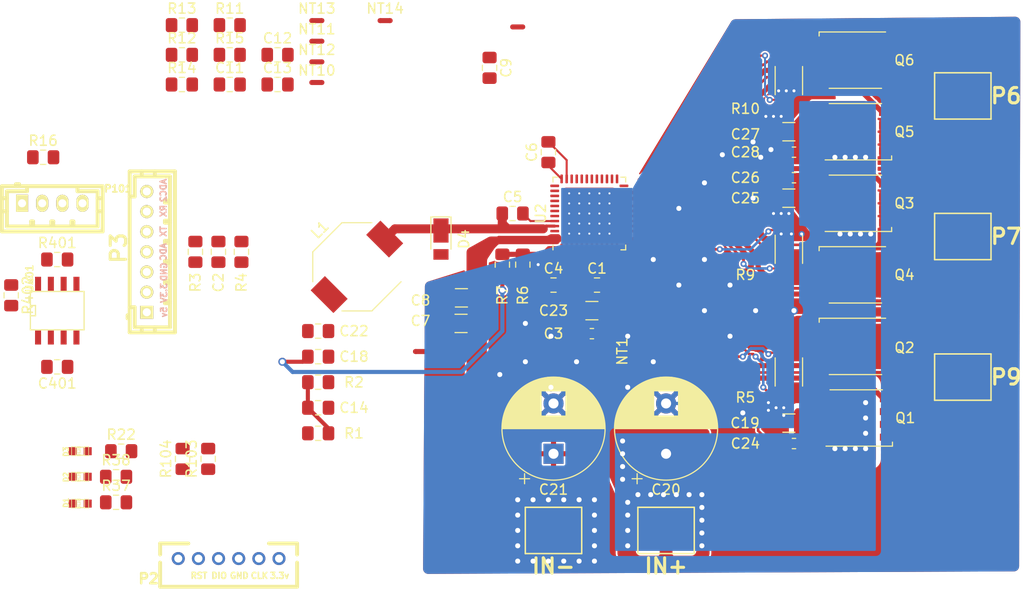
<source format=kicad_pcb>
(kicad_pcb (version 20171130) (host pcbnew "(5.1.0)-1")
  (title_block (title "BLDC Driver 4.6") (date "30 Aug 2014") (rev A) (company "Benjamin Vedder"))
  (layers (0 F.Cu signal) (31 B.Cu signal) (34 B.Paste user) (35 F.Paste user) (36 B.SilkS user) (37 F.SilkS user) (38 B.Mask user) (39 F.Mask user) (44 Edge.Cuts user))
  (net 0 "")
  (net 1 +5V)
  (net 2 GND)
  (net 3 NRST)
  (net 4 "Net-(D1-Pad1)")
  (net 5 "Net-(D2-Pad1)")
  (net 6 "Net-(R6-Pad1)")
  (net 7 SWCLK)
  (net 8 SWDIO)
  (net 9 VCC)
  (net 10 V_SUPPLY)
  (net 11 /MCU/AN_IN)
  (net 12 "/Mosfet driver/M_H1")
  (net 13 "/Mosfet driver/M_L1")
  (net 14 "/Mosfet driver/M_H2")
  (net 15 "/Mosfet driver/M_L2")
  (net 16 "/Mosfet driver/M_H3")
  (net 17 "/Mosfet driver/M_L3")
  (net 18 /MCU/BR_SO2)
  (net 19 /MCU/BR_SO1)
  (net 20 /MCU/DC_CAL)
  (net 21 /MCU/L3)
  (net 22 /MCU/L2)
  (net 23 /MCU/L1)
  (net 24 /MCU/EN_GATE)
  (net 25 /MCU/FAULT)
  (net 26 /MCU/H3)
  (net 27 /MCU/H2)
  (net 28 /MCU/H1)
  (net 29 "Net-(D3-Pad1)")
  (net 30 "/CAN bus transceiver/CANL")
  (net 31 "/CAN bus transceiver/CANH")
  (net 32 /MCU/LED_GREEN)
  (net 33 /MCU/LED_RED)
  (net 34 "Net-(R402-Pad1)")
  (net 35 "/CAN bus transceiver/CAN_RX")
  (net 36 "/CAN bus transceiver/CAN_TX")
  (net 37 /MCU/ADC_TEMP)
  (net 38 "Net-(P2-Pad6)")
  (net 39 "Net-(U401-Pad5)")
  (net 40 /SCK_ADC_EXT)
  (net 41 /TX_SDA)
  (net 42 /RX_SCL_MOSI)
  (net 43 /MISO_RX_SCL)
  (net 44 "/Mosfet driver/SH1-")
  (net 45 "/Mosfet driver/SH1+")
  (net 46 GNDPWR)
  (net 47 "/Mosfet driver/SH2-")
  (net 48 "/Mosfet driver/SH2+")
  (net 49 "/Mosfet driver/SH3-")
  (net 50 "/Mosfet driver/SH3+")
  (net 51 /MCU/USB_D-)
  (net 52 "Net-(J1-Pad2)")
  (net 53 /MCU/USB_D+)
  (net 54 "Net-(J1-Pad3)")
  (net 55 /MCU/BR_SO3)
  (net 56 "Net-(C9-Pad1)")
  (net 57 "/Mosfet driver/VDRAIN")
  (net 58 "Net-(U2-Pad46)")
  (net 59 "Net-(C5-Pad2)")
  (net 60 "Net-(C6-Pad1)")
  (net 61 "/Mosfet driver/nSCS")
  (net 62 "/Mosfet driver/SCLK")
  (net 63 "/Mosfet driver/SDI")
  (net 64 "/Mosfet driver/SDO")
  (net 65 "Net-(C4-Pad2)")
  (net 66 "Net-(C4-Pad1)")
  (net 67 "/Mosfet driver/VM_PIN")
  (net 68 "/Mosfet driver/VCP")
  (net 69 "Net-(C10-Pad2)")
  (net 70 "Net-(C11-Pad2)")
  (net 71 "Net-(C12-Pad2)")
  (net 72 "Net-(C13-Pad2)")
  (net 73 "Net-(C401-Pad2)")
  (net 74 /MCU/H3_VS)
  (net 75 /MCU/H2_VS)
  (net 76 /MCU/H1_VS)
  (net 77 "Net-(R11-Pad2)")
  (net 78 "Net-(R13-Pad2)")
  (net 79 "Net-(R15-Pad2)")
  (net 80 "/Mosfet driver/VIN")
  (net 81 "/Mosfet driver/SW")
  (net 82 "/Power MOSFETS/L1_S")
  (net 83 "/Power MOSFETS/L2_S")
  (net 84 "/Power MOSFETS/L3_S")
  (module NetTie:NetTie-2_SMD_Pad2.0mm (layer F.Cu) (at 231.14 146.558 270)
    (fp_text reference NT3 hide)
    (fp_text value Net-Tie_2)
    (fp_poly (pts (xy -2 -1) (xy 2 -1) (xy 2 1) (xy -2 1)) (layer F.Cu) (width 0))
    (pad 2 smd circle (at 2 0 270) (size 2 2) (layers F.Cu) (net 10 V_SUPPLY))
    (pad 1 smd circle (at -2 0 270) (size 2 2) (layers F.Cu) (net 80 "/Mosfet driver/VIN"))
  )
  (module NetTie:NetTie-2_SMD_Pad2.0mm (layer F.Cu) (at 243.586 147.32 270)
    (fp_text reference NT1 (at 0 -2 270) (layer F.SilkS))
    (fp_text value Net-Tie_2)
    (fp_poly (pts (xy -2 -1) (xy 2 -1) (xy 2 1) (xy -2 1)) (layer F.Cu) (width 0))
    (pad 2 smd circle (at 2 0 270) (size 2 2) (layers F.Cu) (net 10 V_SUPPLY))
    (pad 1 smd circle (at -2 0 270) (size 2 2) (layers F.Cu) (net 67 "/Mosfet driver/VM_PIN"))
  )
  (module NetTie:NetTie-2_SMD_Pad0.5mm (layer F.Cu) (at 225.552 147.32)
    (fp_text reference NT2 hide)
    (fp_text value Net-Tie_2 hide)
    (fp_poly (pts (xy -0.5 -0.25) (xy 0.5 -0.25) (xy 0.5 0.25) (xy -0.5 0.25)) (layer F.Cu) (width 0))
    (pad 2 smd circle (at 0.5 0) (size 0.5 0.5) (layers F.Cu) (net 46 GNDPWR))
    (pad 1 smd circle (at -0.5 0) (size 0.5 0.5) (layers F.Cu) (net 2 GND))
  )
  (module NetTie:NetTie-2_SMD_Pad0.5mm (layer F.Cu) (at 222.04 114.434)
    (fp_text reference NT14 (at 0 -1.2) (layer F.SilkS))
    (fp_text value Net-Tie_2)
    (fp_poly (pts (xy -0.5 -0.25) (xy 0.5 -0.25) (xy 0.5 0.25) (xy -0.5 0.25)) (layer F.Cu) (width 0))
    (pad 2 smd circle (at 0.5 0) (size 0.5 0.5) (layers F.Cu) (net 9 VCC))
    (pad 1 smd circle (at -0.5 0) (size 0.5 0.5) (layers F.Cu) (net 73 "Net-(C401-Pad2)"))
  )
  (module NetTie:NetTie-2_SMD_Pad0.5mm (layer F.Cu) (at 215.26 114.434)
    (fp_text reference NT13 (at 0 -1.2) (layer F.SilkS))
    (fp_text value Net-Tie_2)
    (fp_poly (pts (xy -0.5 -0.25) (xy 0.5 -0.25) (xy 0.5 0.25) (xy -0.5 0.25)) (layer F.Cu) (width 0))
    (pad 2 smd circle (at 0.5 0) (size 0.5 0.5) (layers F.Cu) (net 9 VCC))
    (pad 1 smd circle (at -0.5 0) (size 0.5 0.5) (layers F.Cu) (net 69 "Net-(C10-Pad2)"))
  )
  (module NetTie:NetTie-2_SMD_Pad0.5mm (layer F.Cu) (at 215.26 118.534)
    (fp_text reference NT12 (at 0 -1.2) (layer F.SilkS))
    (fp_text value Net-Tie_2)
    (fp_poly (pts (xy -0.5 -0.25) (xy 0.5 -0.25) (xy 0.5 0.25) (xy -0.5 0.25)) (layer F.Cu) (width 0))
    (pad 2 smd circle (at 0.5 0) (size 0.5 0.5) (layers F.Cu) (net 9 VCC))
    (pad 1 smd circle (at -0.5 0) (size 0.5 0.5) (layers F.Cu) (net 72 "Net-(C13-Pad2)"))
  )
  (module NetTie:NetTie-2_SMD_Pad0.5mm (layer F.Cu) (at 215.26 116.484)
    (fp_text reference NT11 (at 0 -1.2) (layer F.SilkS))
    (fp_text value Net-Tie_2)
    (fp_poly (pts (xy -0.5 -0.25) (xy 0.5 -0.25) (xy 0.5 0.25) (xy -0.5 0.25)) (layer F.Cu) (width 0))
    (pad 2 smd circle (at 0.5 0) (size 0.5 0.5) (layers F.Cu) (net 9 VCC))
    (pad 1 smd circle (at -0.5 0) (size 0.5 0.5) (layers F.Cu) (net 71 "Net-(C12-Pad2)"))
  )
  (module NetTie:NetTie-2_SMD_Pad0.5mm (layer F.Cu) (at 215.26 120.584)
    (fp_text reference NT10 (at 0 -1.2) (layer F.SilkS))
    (fp_text value Net-Tie_2)
    (fp_poly (pts (xy -0.5 -0.25) (xy 0.5 -0.25) (xy 0.5 0.25) (xy -0.5 0.25)) (layer F.Cu) (width 0))
    (pad 2 smd circle (at 0.5 0) (size 0.5 0.5) (layers F.Cu) (net 9 VCC))
    (pad 1 smd circle (at -0.5 0) (size 0.5 0.5) (layers F.Cu) (net 70 "Net-(C11-Pad2)"))
  )
  (module NetTie:NetTie-2_SMD_Pad0.5mm (layer F.Cu) (at 235.204 115.062 180)
    (fp_text reference NT5 hide)
    (fp_text value Net-Tie_2)
    (fp_poly (pts (xy -0.5 -0.25) (xy 0.5 -0.25) (xy 0.5 0.25) (xy -0.5 0.25)) (layer F.Cu) (width 0))
    (pad 2 smd circle (at 0.5 0 180) (size 0.5 0.5) (layers F.Cu) (net 56 "Net-(C9-Pad1)"))
    (pad 1 smd circle (at -0.5 0 180) (size 0.5 0.5) (layers F.Cu) (net 2 GND))
  )
  (module CRF1:R_2010_Shunt_HandSolder (layer F.Cu) (at 262.128 149.352 270)
    (fp_text reference R5 (at 2.54 4.318) (layer F.SilkS))
    (fp_text value "R010 1%")
    (fp_poly (pts (xy -2.0066 1.778) (xy -1.8034 1.778) (xy -1.8034 1.1938) (xy -2.0066 1.1938)) (layer F.Cu) (width 0))
    (fp_poly (pts (xy 1.8034 1.905) (xy 2.0066 1.905) (xy 2.0066 1.3208) (xy 1.8034 1.3208)) (layer F.Cu) (width 0))
    (pad 2 smd circle (at -1.905 1.778 270) (size 0.2032 0.2032) (layers F.Cu F.Paste F.Mask) (net 45 "/Mosfet driver/SH1+"))
    (pad 3 smd circle (at 1.905 1.905 270) (size 0.2032 0.2032) (layers F.Cu) (net 44 "/Mosfet driver/SH1-"))
    (pad 4 smd roundrect (at 2.3375 0 270) (size 1.525 2.65) (layers F.Cu F.Paste F.Mask) (roundrect_rratio 0.164) (net 46 GNDPWR))
    (pad 1 smd roundrect (at -2.3375 0 270) (size 1.525 2.65) (layers F.Cu F.Paste F.Mask) (roundrect_rratio 0.163934) (net 82 "/Power MOSFETS/L1_S"))
  )
  (module CRF1:R_2010_Shunt_HandSolder (layer F.Cu) (at 262.128 137.16 270)
    (fp_text reference R9 (at 2.54 4.318) (layer F.SilkS))
    (fp_text value "R010 1%")
    (fp_poly (pts (xy -2.0066 1.778) (xy -1.8034 1.778) (xy -1.8034 1.1938) (xy -2.0066 1.1938)) (layer F.Cu) (width 0))
    (fp_poly (pts (xy 1.8034 1.905) (xy 2.0066 1.905) (xy 2.0066 1.3208) (xy 1.8034 1.3208)) (layer F.Cu) (width 0))
    (pad 2 smd circle (at -1.905 1.778 270) (size 0.2032 0.2032) (layers F.Cu F.Paste F.Mask) (net 47 "/Mosfet driver/SH2-"))
    (pad 3 smd circle (at 1.905 1.905 270) (size 0.2032 0.2032) (layers F.Cu) (net 48 "/Mosfet driver/SH2+"))
    (pad 4 smd roundrect (at 2.3375 0 270) (size 1.525 2.65) (layers F.Cu F.Paste F.Mask) (roundrect_rratio 0.164) (net 83 "/Power MOSFETS/L2_S"))
    (pad 1 smd roundrect (at -2.3375 0 270) (size 1.525 2.65) (layers F.Cu F.Paste F.Mask) (roundrect_rratio 0.163934) (net 46 GNDPWR))
  )
  (module CRF1:R_2010_Shunt_HandSolder (layer F.Cu) (at 262.128 120.396 270)
    (fp_text reference R10 (at 2.794 4.318 180) (layer F.SilkS))
    (fp_text value "R010 1%")
    (fp_poly (pts (xy -2.0066 1.778) (xy -1.8034 1.778) (xy -1.8034 1.1938) (xy -2.0066 1.1938)) (layer F.Cu) (width 0))
    (fp_poly (pts (xy 1.8034 1.905) (xy 2.0066 1.905) (xy 2.0066 1.3208) (xy 1.8034 1.3208)) (layer F.Cu) (width 0))
    (pad 2 smd circle (at -1.905 1.778 270) (size 0.2032 0.2032) (layers F.Cu F.Paste F.Mask) (net 50 "/Mosfet driver/SH3+"))
    (pad 3 smd circle (at 1.905 1.905 270) (size 0.2032 0.2032) (layers F.Cu) (net 49 "/Mosfet driver/SH3-"))
    (pad 4 smd roundrect (at 2.3375 0 270) (size 1.525 2.65) (layers F.Cu F.Paste F.Mask) (roundrect_rratio 0.164) (net 46 GNDPWR))
    (pad 1 smd roundrect (at -2.3375 0 270) (size 1.525 2.65) (layers F.Cu F.Paste F.Mask) (roundrect_rratio 0.163934) (net 84 "/Power MOSFETS/L3_S"))
  )
  (module CRF1:NetTie-2_SMD_Pad-8mil (layer F.Cu) (at 262.128 157.988)
    (fp_text reference NT6 hide)
    (fp_text value Net-Tie_8mil)
    (fp_poly (pts (xy -0.254 -0.1016) (xy 0.2286 -0.1016) (xy 0.2286 0.1016) (xy -0.254 0.1016)) (layer F.Cu) (width 0))
    (pad 1 smd circle (at -0.254 0) (size 0.2032 0.2032) (layers F.Cu) (net 57 "/Mosfet driver/VDRAIN"))
    (pad 2 smd circle (at 0.2286 0) (size 0.2032 0.2032) (layers F.Cu) (net 10 V_SUPPLY))
  )
  (module Resistor_SMD:R_0805_2012Metric_Pad1.15x1.40mm_HandSolder (layer F.Cu) (at 203.2 137.414 270)
    (fp_text reference R3 (at 3.048 0 270) (layer F.SilkS))
    (fp_text value 39k)
    (pad 2 smd roundrect (at 1.025 0 270) (size 1.15 1.4) (layers F.Cu F.Paste F.Mask) (roundrect_rratio 0.217391) (net 11 /MCU/AN_IN))
    (pad 1 smd roundrect (at -1.025 0 270) (size 1.15 1.4) (layers F.Cu F.Paste F.Mask) (roundrect_rratio 0.217391) (net 10 V_SUPPLY))
  )
  (module Resistor_SMD:R_0805_2012Metric_Pad1.15x1.40mm_HandSolder (layer F.Cu) (at 207.772 137.414 270)
    (fp_text reference R4 (at 3.048 0 270) (layer F.SilkS))
    (fp_text value 2k2)
    (pad 2 smd roundrect (at 1.025 0 270) (size 1.15 1.4) (layers F.Cu F.Paste F.Mask) (roundrect_rratio 0.217391) (net 11 /MCU/AN_IN))
    (pad 1 smd roundrect (at -1.025 0 270) (size 1.15 1.4) (layers F.Cu F.Paste F.Mask) (roundrect_rratio 0.217391) (net 2 GND))
  )
  (module Resistor_SMD:R_0805_2012Metric_Pad1.15x1.40mm_HandSolder (layer F.Cu) (at 195.326 159.766)
    (fp_text reference R38 (at 0 -1.65) (layer F.SilkS))
    (fp_text value 100R)
    (pad 2 smd roundrect (at 1.025 0) (size 1.15 1.4) (layers F.Cu F.Paste F.Mask) (roundrect_rratio 0.217391) (net 33 /MCU/LED_RED))
    (pad 1 smd roundrect (at -1.025 0) (size 1.15 1.4) (layers F.Cu F.Paste F.Mask) (roundrect_rratio 0.217391) (net 5 "Net-(D2-Pad1)"))
  )
  (module Resistor_SMD:R_0805_2012Metric_Pad1.15x1.40mm_HandSolder (layer F.Cu) (at 184.912 141.732 270)
    (fp_text reference R402 (at 0 -1.65 270) (layer F.SilkS))
    (fp_text value 10k)
    (pad 2 smd roundrect (at 1.025 0 270) (size 1.15 1.4) (layers F.Cu F.Paste F.Mask) (roundrect_rratio 0.217391) (net 2 GND))
    (pad 1 smd roundrect (at -1.025 0 270) (size 1.15 1.4) (layers F.Cu F.Paste F.Mask) (roundrect_rratio 0.217391) (net 34 "Net-(R402-Pad1)"))
  )
  (module Resistor_SMD:R_0805_2012Metric_Pad1.15x1.40mm_HandSolder (layer F.Cu) (at 189.484 138.176)
    (fp_text reference R401 (at 0 -1.65) (layer F.SilkS))
    (fp_text value NI)
    (pad 2 smd roundrect (at 1.025 0) (size 1.15 1.4) (layers F.Cu F.Paste F.Mask) (roundrect_rratio 0.217391) (net 30 "/CAN bus transceiver/CANL"))
    (pad 1 smd roundrect (at -1.025 0) (size 1.15 1.4) (layers F.Cu F.Paste F.Mask) (roundrect_rratio 0.217391) (net 31 "/CAN bus transceiver/CANH"))
  )
  (module Resistor_SMD:R_0805_2012Metric_Pad1.15x1.40mm_HandSolder (layer F.Cu) (at 195.326 162.306)
    (fp_text reference R37 (at 0 -1.65) (layer F.SilkS))
    (fp_text value 100R)
    (pad 2 smd roundrect (at 1.025 0) (size 1.15 1.4) (layers F.Cu F.Paste F.Mask) (roundrect_rratio 0.217391) (net 32 /MCU/LED_GREEN))
    (pad 1 smd roundrect (at -1.025 0) (size 1.15 1.4) (layers F.Cu F.Paste F.Mask) (roundrect_rratio 0.217391) (net 4 "Net-(D1-Pad1)"))
  )
  (module Resistor_SMD:R_0805_2012Metric_Pad1.15x1.40mm_HandSolder (layer F.Cu) (at 195.834 157.226)
    (fp_text reference R22 (at 0 -1.65) (layer F.SilkS))
    (fp_text value 2k2)
    (pad 2 smd roundrect (at 1.025 0) (size 1.15 1.4) (layers F.Cu F.Paste F.Mask) (roundrect_rratio 0.217391) (net 9 VCC))
    (pad 1 smd roundrect (at -1.025 0) (size 1.15 1.4) (layers F.Cu F.Paste F.Mask) (roundrect_rratio 0.217391) (net 29 "Net-(D3-Pad1)"))
  )
  (module Capacitor_SMD:C_0805_2012Metric_Pad1.15x1.40mm_HandSolder (layer F.Cu) (at 189.484 148.844 180)
    (fp_text reference C401 (at 0 -1.65 180) (layer F.SilkS))
    (fp_text value 2.2u)
    (pad 2 smd roundrect (at 1.025 0 180) (size 1.15 1.4) (layers F.Cu F.Paste F.Mask) (roundrect_rratio 0.217391) (net 73 "Net-(C401-Pad2)"))
    (pad 1 smd roundrect (at -1.025 0 180) (size 1.15 1.4) (layers F.Cu F.Paste F.Mask) (roundrect_rratio 0.217391) (net 2 GND))
  )
  (module Capacitor_SMD:C_0805_2012Metric_Pad1.15x1.40mm_HandSolder (layer F.Cu) (at 205.486 137.414 270)
    (fp_text reference C2 (at 3.048 0 270) (layer F.SilkS))
    (fp_text value "0.1u 16V")
    (pad 2 smd roundrect (at 1.025 0 270) (size 1.15 1.4) (layers F.Cu F.Paste F.Mask) (roundrect_rratio 0.217391) (net 11 /MCU/AN_IN))
    (pad 1 smd roundrect (at -1.025 0 270) (size 1.15 1.4) (layers F.Cu F.Paste F.Mask) (roundrect_rratio 0.217391) (net 2 GND))
  )
  (module LEDs:LED-0603 (layer F.Cu) (at 191.7573 162.433 180)
    (fp_text reference D1 (at 1.39 0.087 90) (layer F.SilkS) (effects (font (size 0.508 0.508) (thickness 0.127))))
    (fp_text value GREEN hide)
    (pad 1 smd rect (at -0.7493 0 180) (size 0.79756 0.79756) (layers F.Cu F.Paste F.Mask) (net 4 "Net-(D1-Pad1)"))
    (pad 2 smd rect (at 0.7493 0 180) (size 0.79756 0.79756) (layers F.Cu F.Paste F.Mask) (net 2 GND))
  )
  (module CRF1:MICRO_JST_6 (layer F.Cu) (at 206.502 167.894 180)
    (fp_text reference P2 (at 7.946 -2) (layer F.SilkS) (effects (font (thickness 0.25))))
    (fp_text value SWD hide)
    (pad 3 thru_hole circle (at -1.00076 0 180) (size 1.30048 1.30048) (drill 0.8) (layers *.Cu *.Mask) (net 2 GND))
    (pad 4 thru_hole circle (at 1.00076 0 180) (size 1.30048 1.30048) (drill 0.8) (layers *.Cu *.Mask) (net 8 SWDIO))
    (pad 5 thru_hole circle (at 2.99974 0 180) (size 1.30048 1.30048) (drill 0.8) (layers *.Cu *.Mask) (net 3 NRST))
    (pad 6 thru_hole circle (at 5.00126 0 180) (size 1.30048 1.30048) (drill 0.8) (layers *.Cu *.Mask) (net 38 "Net-(P2-Pad6)"))
    (pad 2 thru_hole circle (at -2.99974 0 180) (size 1.30048 1.30048) (drill 0.8) (layers *.Cu *.Mask) (net 7 SWCLK))
    (pad 1 thru_hole circle (at -5.00126 0 180) (size 1.30048 1.30048) (drill 0.8) (layers *.Cu *.Mask) (net 9 VCC))
  )
  (module LEDs:LED-0603 (layer F.Cu) (at 191.7573 159.766 180)
    (fp_text reference D2 (at 1.39 -0.037 90) (layer F.SilkS) (effects (font (size 0.508 0.508) (thickness 0.127))))
    (fp_text value RED hide)
    (pad 1 smd rect (at -0.7493 0 180) (size 0.79756 0.79756) (layers F.Cu F.Paste F.Mask) (net 5 "Net-(D2-Pad1)"))
    (pad 2 smd rect (at 0.7493 0 180) (size 0.79756 0.79756) (layers F.Cu F.Paste F.Mask) (net 2 GND))
  )
  (module "JST conn:b4b-ph-kl" (layer F.Cu) (at 188.99124 132.588)
    (fp_text reference P101 (at 6.526 -1.45) (layer F.SilkS) (effects (font (size 0.7 0.7) (thickness 0.175))))
    (fp_text value CANBUS hide)
    (pad 1 thru_hole rect (at -3.00228 0) (size 1.19888 1.69926) (drill 0.8) (layers *.Cu *.Mask F.SilkS) (net 2 GND))
    (pad 3 thru_hole oval (at 1.00076 0) (size 1.19888 1.69926) (drill 0.8) (layers *.Cu *.Mask F.SilkS) (net 31 "/CAN bus transceiver/CANH"))
    (pad 2 thru_hole oval (at -1.00076 0) (size 1.19888 1.69926) (drill 0.8) (layers *.Cu *.Mask F.SilkS) (net 30 "/CAN bus transceiver/CANL"))
    (pad 4 thru_hole oval (at 2.99974 0) (size 1.19888 1.69926) (drill 0.8) (layers *.Cu *.Mask F.SilkS) (net 1 +5V))
  )
  (module LEDs:LED-0603 (layer F.Cu) (at 191.7573 157.226 180)
    (fp_text reference D3 (at 1.4 -0.05 90) (layer F.SilkS) (effects (font (size 0.508 0.508) (thickness 0.127))))
    (fp_text value LED hide)
    (pad 1 smd rect (at -0.7493 0 180) (size 0.79756 0.79756) (layers F.Cu F.Paste F.Mask) (net 29 "Net-(D3-Pad1)"))
    (pad 2 smd rect (at 0.7493 0 180) (size 0.79756 0.79756) (layers F.Cu F.Paste F.Mask) (net 2 GND))
  )
  (module CRF1:SOIC-8-W (layer F.Cu) (at 189.484 143.256)
    (fp_text reference U401 (at -2.75 -3.2 90) (layer F.SilkS) (effects (font (size 0.7 0.7) (thickness 0.1524))))
    (fp_text value SN65HVD232 hide)
    (pad 8 smd rect (at -1.905 -2.667) (size 0.59944 1.39954) (layers F.Cu F.Paste F.Mask) (net 34 "Net-(R402-Pad1)"))
    (pad 1 smd rect (at -1.905 2.667) (size 0.59944 1.39954) (layers F.Cu F.Paste F.Mask) (net 36 "/CAN bus transceiver/CAN_TX"))
    (pad 7 smd rect (at -0.635 -2.667) (size 0.59944 1.39954) (layers F.Cu F.Paste F.Mask) (net 31 "/CAN bus transceiver/CANH"))
    (pad 6 smd rect (at 0.635 -2.667) (size 0.59944 1.39954) (layers F.Cu F.Paste F.Mask) (net 30 "/CAN bus transceiver/CANL"))
    (pad 5 smd rect (at 1.905 -2.667) (size 0.59944 1.39954) (layers F.Cu F.Paste F.Mask) (net 39 "Net-(U401-Pad5)"))
    (pad 2 smd rect (at -0.635 2.667) (size 0.59944 1.39954) (layers F.Cu F.Paste F.Mask) (net 2 GND))
    (pad 3 smd rect (at 0.635 2.667) (size 0.59944 1.39954) (layers F.Cu F.Paste F.Mask) (net 73 "Net-(C401-Pad2)"))
    (pad 4 smd rect (at 1.905 2.667) (size 0.59944 1.39954) (layers F.Cu F.Paste F.Mask) (net 35 "/CAN bus transceiver/CAN_RX"))
  )
  (module CRF1:b7b-ph-kl (layer F.Cu) (at 198.374 137.414 90)
    (fp_text reference P3 (at 0.381 -2.794 90) (layer F.SilkS) (effects (font (size 1.524 1.524) (thickness 0.3048))))
    (fp_text value PWR_COMM hide)
    (pad 1 thru_hole rect (at -6.00456 0 90) (size 1.3 1.3) (drill 0.8) (layers *.Cu *.Mask F.SilkS) (net 1 +5V))
    (pad 3 thru_hole circle (at -2.00152 0 90) (size 1.3 1.3) (drill 0.8) (layers *.Cu *.Mask F.SilkS) (net 2 GND))
    (pad 2 thru_hole circle (at -4.00304 0 90) (size 1.3 1.3) (drill 0.8) (layers *.Cu *.Mask F.SilkS) (net 9 VCC))
    (pad 4 thru_hole circle (at -0.00254 0 90) (size 1.3 1.3) (drill 0.8) (layers *.Cu *.Mask F.SilkS) (net 40 /SCK_ADC_EXT))
    (pad 5 thru_hole circle (at 1.99898 0 90) (size 1.3 1.3) (drill 0.8) (layers *.Cu *.Mask F.SilkS) (net 41 /TX_SDA))
    (pad 6 thru_hole circle (at 4.0005 0 90) (size 1.3 1.3) (drill 0.8) (layers *.Cu *.Mask F.SilkS) (net 42 /RX_SCL_MOSI))
    (pad 7 thru_hole circle (at 5.99948 0 90) (size 1.3 1.3) (drill 0.8) (layers *.Cu *.Mask F.SilkS) (net 43 /MISO_RX_SCL))
  )
  (module Resistor_SMD:R_0805_2012Metric_Pad1.15x1.40mm_HandSolder (layer F.Cu) (at 201.93 157.988 90)
    (fp_text reference R104 (at 0 -1.65 90) (layer F.SilkS))
    (fp_text value 22R)
    (pad 2 smd roundrect (at 1.025 0 90) (size 1.15 1.4) (layers F.Cu F.Paste F.Mask) (roundrect_rratio 0.217391) (net 54 "Net-(J1-Pad3)"))
    (pad 1 smd roundrect (at -1.025 0 90) (size 1.15 1.4) (layers F.Cu F.Paste F.Mask) (roundrect_rratio 0.217391) (net 53 /MCU/USB_D+))
  )
  (module Resistor_SMD:R_0805_2012Metric_Pad1.15x1.40mm_HandSolder (layer F.Cu) (at 204.47 157.988 90)
    (fp_text reference R103 (at 0 -1.65 90) (layer F.SilkS))
    (fp_text value 22R)
    (pad 2 smd roundrect (at 1.025 0 90) (size 1.15 1.4) (layers F.Cu F.Paste F.Mask) (roundrect_rratio 0.217391) (net 52 "Net-(J1-Pad2)"))
    (pad 1 smd roundrect (at -1.025 0 90) (size 1.15 1.4) (layers F.Cu F.Paste F.Mask) (roundrect_rratio 0.217391) (net 51 /MCU/USB_D-))
  )
  (module Resistor_SMD:R_0805_2012Metric_Pad1.15x1.40mm_HandSolder (layer F.Cu) (at 188.087 128.016)
    (fp_text reference R16 (at 0 -1.65) (layer F.SilkS))
    (fp_text value 39k)
    (pad 2 smd roundrect (at 1.025 0) (size 1.15 1.4) (layers F.Cu F.Paste F.Mask) (roundrect_rratio 0.217391) (net 79 "Net-(R15-Pad2)"))
    (pad 1 smd roundrect (at -1.025 0) (size 1.15 1.4) (layers F.Cu F.Paste F.Mask) (roundrect_rratio 0.217391) (net 74 /MCU/H3_VS))
  )
  (module Resistor_SMD:R_0805_2012Metric_Pad1.15x1.40mm_HandSolder (layer F.Cu) (at 206.61 117.834)
    (fp_text reference R15 (at 0 -1.65) (layer F.SilkS))
    (fp_text value 2k2)
    (pad 2 smd roundrect (at 1.025 0) (size 1.15 1.4) (layers F.Cu F.Paste F.Mask) (roundrect_rratio 0.217391) (net 79 "Net-(R15-Pad2)"))
    (pad 1 smd roundrect (at -1.025 0) (size 1.15 1.4) (layers F.Cu F.Paste F.Mask) (roundrect_rratio 0.217391) (net 2 GND))
  )
  (module Resistor_SMD:R_0805_2012Metric_Pad1.15x1.40mm_HandSolder (layer F.Cu) (at 201.86 120.784)
    (fp_text reference R14 (at 0 -1.65) (layer F.SilkS))
    (fp_text value 39k)
    (pad 2 smd roundrect (at 1.025 0) (size 1.15 1.4) (layers F.Cu F.Paste F.Mask) (roundrect_rratio 0.217391) (net 78 "Net-(R13-Pad2)"))
    (pad 1 smd roundrect (at -1.025 0) (size 1.15 1.4) (layers F.Cu F.Paste F.Mask) (roundrect_rratio 0.217391) (net 75 /MCU/H2_VS))
  )
  (module Resistor_SMD:R_0805_2012Metric_Pad1.15x1.40mm_HandSolder (layer F.Cu) (at 201.86 114.884)
    (fp_text reference R13 (at 0 -1.65) (layer F.SilkS))
    (fp_text value 2k2)
    (pad 2 smd roundrect (at 1.025 0) (size 1.15 1.4) (layers F.Cu F.Paste F.Mask) (roundrect_rratio 0.217391) (net 78 "Net-(R13-Pad2)"))
    (pad 1 smd roundrect (at -1.025 0) (size 1.15 1.4) (layers F.Cu F.Paste F.Mask) (roundrect_rratio 0.217391) (net 2 GND))
  )
  (module Resistor_SMD:R_0805_2012Metric_Pad1.15x1.40mm_HandSolder (layer F.Cu) (at 201.86 117.834)
    (fp_text reference R12 (at 0 -1.65) (layer F.SilkS))
    (fp_text value 39k)
    (pad 2 smd roundrect (at 1.025 0) (size 1.15 1.4) (layers F.Cu F.Paste F.Mask) (roundrect_rratio 0.217391) (net 77 "Net-(R11-Pad2)"))
    (pad 1 smd roundrect (at -1.025 0) (size 1.15 1.4) (layers F.Cu F.Paste F.Mask) (roundrect_rratio 0.217391) (net 76 /MCU/H1_VS))
  )
  (module Resistor_SMD:R_0805_2012Metric_Pad1.15x1.40mm_HandSolder (layer F.Cu) (at 206.61 114.884)
    (fp_text reference R11 (at 0 -1.65) (layer F.SilkS))
    (fp_text value 2k2)
    (pad 2 smd roundrect (at 1.025 0) (size 1.15 1.4) (layers F.Cu F.Paste F.Mask) (roundrect_rratio 0.217391) (net 77 "Net-(R11-Pad2)"))
    (pad 1 smd roundrect (at -1.025 0) (size 1.15 1.4) (layers F.Cu F.Paste F.Mask) (roundrect_rratio 0.217391) (net 2 GND))
  )
  (module Resistor_SMD:R_0805_2012Metric_Pad1.15x1.40mm_HandSolder (layer F.Cu) (at 233.68 138.684 90)
    (fp_text reference R7 (at -3.048 0 90) (layer F.SilkS))
    (fp_text value 28k)
    (pad 2 smd roundrect (at 1.025 0 90) (size 1.15 1.4) (layers F.Cu F.Paste F.Mask) (roundrect_rratio 0.217391) (net 6 "Net-(R6-Pad1)"))
    (pad 1 smd roundrect (at -1.025 0 90) (size 1.15 1.4) (layers F.Cu F.Paste F.Mask) (roundrect_rratio 0.217391) (net 9 VCC))
  )
  (module Resistor_SMD:R_0805_2012Metric_Pad1.15x1.40mm_HandSolder (layer F.Cu) (at 235.712 138.684 270)
    (fp_text reference R6 (at 3.048 0 270) (layer F.SilkS))
    (fp_text value 8.45k)
    (pad 2 smd roundrect (at 1.025 0 270) (size 1.15 1.4) (layers F.Cu F.Paste F.Mask) (roundrect_rratio 0.217391) (net 46 GNDPWR))
    (pad 1 smd roundrect (at -1.025 0 270) (size 1.15 1.4) (layers F.Cu F.Paste F.Mask) (roundrect_rratio 0.217391) (net 6 "Net-(R6-Pad1)"))
  )
  (module Resistor_SMD:R_0805_2012Metric_Pad1.15x1.40mm_HandSolder (layer F.Cu) (at 215.392 150.368)
    (fp_text reference R2 (at 3.556 0.01) (layer F.SilkS))
    (fp_text value 10k)
    (pad 2 smd roundrect (at 1.025 0) (size 1.15 1.4) (layers F.Cu F.Paste F.Mask) (roundrect_rratio 0.217391) (net 2 GND))
    (pad 1 smd roundrect (at -1.025 0) (size 1.15 1.4) (layers F.Cu F.Paste F.Mask) (roundrect_rratio 0.217391) (net 37 /MCU/ADC_TEMP))
  )
  (module Resistor_SMD:R_0805_2012Metric_Pad1.15x1.40mm_HandSolder (layer F.Cu) (at 215.392 155.448)
    (fp_text reference R1 (at 3.556 0) (layer F.SilkS))
    (fp_text value "NTC 10k")
    (pad 2 smd roundrect (at 1.025 0) (size 1.15 1.4) (layers F.Cu F.Paste F.Mask) (roundrect_rratio 0.217391) (net 37 /MCU/ADC_TEMP))
    (pad 1 smd roundrect (at -1.025 0) (size 1.15 1.4) (layers F.Cu F.Paste F.Mask) (roundrect_rratio 0.217391) (net 9 VCC))
  )
  (module Package_TO_SOT_SMD:TDSON-8-1 (layer F.Cu) (at 268.732 118.364)
    (fp_text reference Q6 (at 4.87 0.005) (layer F.SilkS))
    (fp_text value CSD19531Q5A)
    (pad 5 smd rect (at 0.5 0 270) (size 4.5 4.29) (layers F.Cu F.Mask) (net 74 /MCU/H3_VS))
    (pad 5 smd rect (at 2.75 -1.91 270) (size 0.7 0.8) (layers F.Cu F.Paste F.Mask) (net 74 /MCU/H3_VS))
    (pad 5 smd rect (at 2.75 -0.64 270) (size 0.7 0.8) (layers F.Cu F.Paste F.Mask) (net 74 /MCU/H3_VS))
    (pad 5 smd rect (at 2.75 0.64 270) (size 0.7 0.8) (layers F.Cu F.Paste F.Mask) (net 74 /MCU/H3_VS))
    (pad 5 smd rect (at 2.75 1.91 270) (size 0.7 0.8) (layers F.Cu F.Paste F.Mask) (net 74 /MCU/H3_VS))
    (pad 4 smd rect (at -2.75 1.91 270) (size 0.7 0.8) (layers F.Cu F.Paste F.Mask) (net 17 "/Mosfet driver/M_L3"))
    (pad 3 smd rect (at -2.75 0.64 270) (size 0.7 0.8) (layers F.Cu F.Paste F.Mask) (net 84 "/Power MOSFETS/L3_S"))
    (pad 2 smd rect (at -2.75 -0.64 270) (size 0.7 0.8) (layers F.Cu F.Paste F.Mask) (net 84 "/Power MOSFETS/L3_S"))
    (pad 1 smd rect (at -2.75 -1.91 270) (size 0.7 0.8) (layers F.Cu F.Paste F.Mask) (net 84 "/Power MOSFETS/L3_S"))
  )
  (module Package_TO_SOT_SMD:TDSON-8-1 (layer F.Cu) (at 268.732 125.476 180)
    (fp_text reference Q5 (at -4.87 -0.005 180) (layer F.SilkS))
    (fp_text value CSD19531Q5A)
    (pad 5 smd rect (at 0.5 0 90) (size 4.5 4.29) (layers F.Cu F.Mask) (net 10 V_SUPPLY))
    (pad 5 smd rect (at 2.75 -1.91 90) (size 0.7 0.8) (layers F.Cu F.Paste F.Mask) (net 10 V_SUPPLY))
    (pad 5 smd rect (at 2.75 -0.64 90) (size 0.7 0.8) (layers F.Cu F.Paste F.Mask) (net 10 V_SUPPLY))
    (pad 5 smd rect (at 2.75 0.64 90) (size 0.7 0.8) (layers F.Cu F.Paste F.Mask) (net 10 V_SUPPLY))
    (pad 5 smd rect (at 2.75 1.91 90) (size 0.7 0.8) (layers F.Cu F.Paste F.Mask) (net 10 V_SUPPLY))
    (pad 4 smd rect (at -2.75 1.91 90) (size 0.7 0.8) (layers F.Cu F.Paste F.Mask) (net 16 "/Mosfet driver/M_H3"))
    (pad 3 smd rect (at -2.75 0.64 90) (size 0.7 0.8) (layers F.Cu F.Paste F.Mask) (net 74 /MCU/H3_VS))
    (pad 2 smd rect (at -2.75 -0.64 90) (size 0.7 0.8) (layers F.Cu F.Paste F.Mask) (net 74 /MCU/H3_VS))
    (pad 1 smd rect (at -2.75 -1.91 90) (size 0.7 0.8) (layers F.Cu F.Paste F.Mask) (net 74 /MCU/H3_VS))
  )
  (module Package_TO_SOT_SMD:TDSON-8-1 (layer F.Cu) (at 268.732 139.7)
    (fp_text reference Q4 (at 4.87 0) (layer F.SilkS))
    (fp_text value CSD19531Q5A)
    (pad 5 smd rect (at 0.5 0 270) (size 4.5 4.29) (layers F.Cu F.Mask) (net 75 /MCU/H2_VS))
    (pad 5 smd rect (at 2.75 -1.91 270) (size 0.7 0.8) (layers F.Cu F.Paste F.Mask) (net 75 /MCU/H2_VS))
    (pad 5 smd rect (at 2.75 -0.64 270) (size 0.7 0.8) (layers F.Cu F.Paste F.Mask) (net 75 /MCU/H2_VS))
    (pad 5 smd rect (at 2.75 0.64 270) (size 0.7 0.8) (layers F.Cu F.Paste F.Mask) (net 75 /MCU/H2_VS))
    (pad 5 smd rect (at 2.75 1.91 270) (size 0.7 0.8) (layers F.Cu F.Paste F.Mask) (net 75 /MCU/H2_VS))
    (pad 4 smd rect (at -2.75 1.91 270) (size 0.7 0.8) (layers F.Cu F.Paste F.Mask) (net 15 "/Mosfet driver/M_L2"))
    (pad 3 smd rect (at -2.75 0.64 270) (size 0.7 0.8) (layers F.Cu F.Paste F.Mask) (net 83 "/Power MOSFETS/L2_S"))
    (pad 2 smd rect (at -2.75 -0.64 270) (size 0.7 0.8) (layers F.Cu F.Paste F.Mask) (net 83 "/Power MOSFETS/L2_S"))
    (pad 1 smd rect (at -2.75 -1.91 270) (size 0.7 0.8) (layers F.Cu F.Paste F.Mask) (net 83 "/Power MOSFETS/L2_S"))
  )
  (module Package_TO_SOT_SMD:TDSON-8-1 (layer F.Cu) (at 268.732 132.588 180)
    (fp_text reference Q3 (at -4.87 0.005 180) (layer F.SilkS))
    (fp_text value CSD19531Q5A)
    (pad 5 smd rect (at 0.5 0 90) (size 4.5 4.29) (layers F.Cu F.Mask) (net 10 V_SUPPLY))
    (pad 5 smd rect (at 2.75 -1.91 90) (size 0.7 0.8) (layers F.Cu F.Paste F.Mask) (net 10 V_SUPPLY))
    (pad 5 smd rect (at 2.75 -0.64 90) (size 0.7 0.8) (layers F.Cu F.Paste F.Mask) (net 10 V_SUPPLY))
    (pad 5 smd rect (at 2.75 0.64 90) (size 0.7 0.8) (layers F.Cu F.Paste F.Mask) (net 10 V_SUPPLY))
    (pad 5 smd rect (at 2.75 1.91 90) (size 0.7 0.8) (layers F.Cu F.Paste F.Mask) (net 10 V_SUPPLY))
    (pad 4 smd rect (at -2.75 1.91 90) (size 0.7 0.8) (layers F.Cu F.Paste F.Mask) (net 14 "/Mosfet driver/M_H2"))
    (pad 3 smd rect (at -2.75 0.64 90) (size 0.7 0.8) (layers F.Cu F.Paste F.Mask) (net 75 /MCU/H2_VS))
    (pad 2 smd rect (at -2.75 -0.64 90) (size 0.7 0.8) (layers F.Cu F.Paste F.Mask) (net 75 /MCU/H2_VS))
    (pad 1 smd rect (at -2.75 -1.91 90) (size 0.7 0.8) (layers F.Cu F.Paste F.Mask) (net 75 /MCU/H2_VS))
  )
  (module Package_TO_SOT_SMD:TDSON-8-1 (layer F.Cu) (at 268.74 146.812)
    (fp_text reference Q2 (at 4.87 0.127) (layer F.SilkS))
    (fp_text value CSD19531Q5A)
    (pad 5 smd rect (at 0.5 0 270) (size 4.5 4.29) (layers F.Cu F.Mask) (net 76 /MCU/H1_VS))
    (pad 5 smd rect (at 2.75 -1.91 270) (size 0.7 0.8) (layers F.Cu F.Paste F.Mask) (net 76 /MCU/H1_VS))
    (pad 5 smd rect (at 2.75 -0.64 270) (size 0.7 0.8) (layers F.Cu F.Paste F.Mask) (net 76 /MCU/H1_VS))
    (pad 5 smd rect (at 2.75 0.64 270) (size 0.7 0.8) (layers F.Cu F.Paste F.Mask) (net 76 /MCU/H1_VS))
    (pad 5 smd rect (at 2.75 1.91 270) (size 0.7 0.8) (layers F.Cu F.Paste F.Mask) (net 76 /MCU/H1_VS))
    (pad 4 smd rect (at -2.75 1.91 270) (size 0.7 0.8) (layers F.Cu F.Paste F.Mask) (net 13 "/Mosfet driver/M_L1"))
    (pad 3 smd rect (at -2.75 0.64 270) (size 0.7 0.8) (layers F.Cu F.Paste F.Mask) (net 82 "/Power MOSFETS/L1_S"))
    (pad 2 smd rect (at -2.75 -0.64 270) (size 0.7 0.8) (layers F.Cu F.Paste F.Mask) (net 82 "/Power MOSFETS/L1_S"))
    (pad 1 smd rect (at -2.75 -1.91 270) (size 0.7 0.8) (layers F.Cu F.Paste F.Mask) (net 82 "/Power MOSFETS/L1_S"))
  )
  (module Package_TO_SOT_SMD:TDSON-8-1 (layer F.Cu) (at 268.815 153.924 180)
    (fp_text reference Q1 (at -4.87 0 180) (layer F.SilkS))
    (fp_text value CSD19531Q5A)
    (pad 5 smd rect (at 0.5 0 90) (size 4.5 4.29) (layers F.Cu F.Mask) (net 10 V_SUPPLY))
    (pad 5 smd rect (at 2.75 -1.91 90) (size 0.7 0.8) (layers F.Cu F.Paste F.Mask) (net 10 V_SUPPLY))
    (pad 5 smd rect (at 2.75 -0.64 90) (size 0.7 0.8) (layers F.Cu F.Paste F.Mask) (net 10 V_SUPPLY))
    (pad 5 smd rect (at 2.75 0.64 90) (size 0.7 0.8) (layers F.Cu F.Paste F.Mask) (net 10 V_SUPPLY))
    (pad 5 smd rect (at 2.75 1.91 90) (size 0.7 0.8) (layers F.Cu F.Paste F.Mask) (net 10 V_SUPPLY))
    (pad 4 smd rect (at -2.75 1.91 90) (size 0.7 0.8) (layers F.Cu F.Paste F.Mask) (net 12 "/Mosfet driver/M_H1"))
    (pad 3 smd rect (at -2.75 0.64 90) (size 0.7 0.8) (layers F.Cu F.Paste F.Mask) (net 76 /MCU/H1_VS))
    (pad 2 smd rect (at -2.75 -0.64 90) (size 0.7 0.8) (layers F.Cu F.Paste F.Mask) (net 76 /MCU/H1_VS))
    (pad 1 smd rect (at -2.75 -1.91 90) (size 0.7 0.8) (layers F.Cu F.Paste F.Mask) (net 76 /MCU/H1_VS))
  )
  (module Inductor_SMD:L_Bourns-SRU8043 (layer F.Cu) (at 219.238284 138.901716 225)
    (fp_text reference L1 (at 0 5.2 225) (layer F.SilkS))
    (fp_text value "33uH, 100mOhm")
    (pad 2 smd rect (at 3.9 0 225) (size 2 3.2) (layers F.Cu F.Paste F.Mask) (net 9 VCC))
    (pad 1 smd rect (at -3.9 0 225) (size 2 3.2) (layers F.Cu F.Paste F.Mask) (net 81 "/Mosfet driver/SW"))
  )
  (module Diode_SMD:D_PowerDI-123 (layer F.Cu) (at 227.584 136.144 270)
    (fp_text reference D4 (at 0 -2.286 270) (layer F.SilkS))
    (fp_text value D_Schottky_Small_ALT)
    (pad 2 smd rect (at 1.525 0 90) (size 1.05 1.5) (layers F.Cu F.Paste F.Mask) (net 2 GND))
    (pad 1 smd rect (at -0.85 0 90) (size 2.4 1.5) (layers F.Cu F.Paste F.Mask) (net 81 "/Mosfet driver/SW"))
  )
  (module Capacitor_SMD:C_0603_1608Metric_Pad1.05x0.95mm_HandSolder (layer F.Cu) (at 262.636 127.508)
    (fp_text reference C28 (at -4.826 0) (layer F.SilkS))
    (fp_text value "0.1u 50V")
    (pad 2 smd roundrect (at 0.875 0) (size 1.05 0.95) (layers F.Cu F.Paste F.Mask) (net 10 V_SUPPLY))
    (pad 1 smd roundrect (at -0.875 0) (size 1.05 0.95) (layers F.Cu F.Paste F.Mask) (net 46 GNDPWR))
  )
  (module Capacitor_SMD:C_1206_3216Metric_Pad1.42x1.75mm_HandSolder (layer F.Cu) (at 262.128 125.476)
    (fp_text reference C27 (at -4.318 0.254) (layer F.SilkS))
    (fp_text value "2.2u 50V")
    (pad 2 smd roundrect (at 1.4875 0) (size 1.425 1.75) (layers F.Cu F.Paste F.Mask) (roundrect_rratio 0.175439) (net 10 V_SUPPLY))
    (pad 1 smd roundrect (at -1.4875 0) (size 1.425 1.75) (layers F.Cu F.Paste F.Mask) (roundrect_rratio 0.175439) (net 46 GNDPWR))
  )
  (module Capacitor_SMD:C_0603_1608Metric_Pad1.05x0.95mm_HandSolder (layer F.Cu) (at 262.636 130.048)
    (fp_text reference C26 (at -4.826 0) (layer F.SilkS))
    (fp_text value "0.1u 50V")
    (pad 2 smd roundrect (at 0.875 0) (size 1.05 0.95) (layers F.Cu F.Paste F.Mask) (net 10 V_SUPPLY))
    (pad 1 smd roundrect (at -0.875 0) (size 1.05 0.95) (layers F.Cu F.Paste F.Mask) (net 46 GNDPWR))
  )
  (module Capacitor_SMD:C_1206_3216Metric_Pad1.42x1.75mm_HandSolder (layer F.Cu) (at 262.128 132.08)
    (fp_text reference C25 (at -4.318 0) (layer F.SilkS))
    (fp_text value "2.2u 50V")
    (pad 2 smd roundrect (at 1.4875 0) (size 1.425 1.75) (layers F.Cu F.Paste F.Mask) (roundrect_rratio 0.175439) (net 10 V_SUPPLY))
    (pad 1 smd roundrect (at -1.4875 0) (size 1.425 1.75) (layers F.Cu F.Paste F.Mask) (roundrect_rratio 0.175439) (net 46 GNDPWR))
  )
  (module Capacitor_SMD:C_0603_1608Metric_Pad1.05x0.95mm_HandSolder (layer F.Cu) (at 262.636 156.464)
    (fp_text reference C24 (at -4.826 0) (layer F.SilkS))
    (fp_text value "0.1u 50V")
    (pad 2 smd roundrect (at 0.875 0) (size 1.05 0.95) (layers F.Cu F.Paste F.Mask) (net 10 V_SUPPLY))
    (pad 1 smd roundrect (at -0.875 0) (size 1.05 0.95) (layers F.Cu F.Paste F.Mask) (net 46 GNDPWR))
  )
  (module Capacitor_SMD:C_1206_3216Metric_Pad1.42x1.75mm_HandSolder (layer F.Cu) (at 242.57 143.256 180)
    (fp_text reference C23 (at 3.81 0 180) (layer F.SilkS))
    (fp_text value "10u 50V")
    (pad 2 smd roundrect (at 1.4875 0 180) (size 1.425 1.75) (layers F.Cu F.Paste F.Mask) (roundrect_rratio 0.175439) (net 46 GNDPWR))
    (pad 1 smd roundrect (at -1.4875 0 180) (size 1.425 1.75) (layers F.Cu F.Paste F.Mask) (roundrect_rratio 0.175439) (net 67 "/Mosfet driver/VM_PIN"))
  )
  (module Capacitor_SMD:C_0805_2012Metric_Pad1.15x1.40mm_HandSolder (layer F.Cu) (at 215.392 145.288 180)
    (fp_text reference C22 (at -3.556 0 180) (layer F.SilkS))
    (fp_text value 10u)
    (pad 2 smd roundrect (at 1.025 0 180) (size 1.15 1.4) (layers F.Cu F.Paste F.Mask) (roundrect_rratio 0.217391) (net 9 VCC))
    (pad 1 smd roundrect (at -1.025 0 180) (size 1.15 1.4) (layers F.Cu F.Paste F.Mask) (roundrect_rratio 0.217391) (net 2 GND))
  )
  (module Capacitor_THT:CP_Radial_D10.0mm_P5.00mm (layer F.Cu) (at 238.76 157.48 90)
    (fp_text reference C21 (at -3.556 0 180) (layer F.SilkS))
    (fp_text value "220u 50V")
    (pad 2 thru_hole circle (at 5 0 90) (size 2 2) (drill 1) (layers *.Cu *.Mask) (net 46 GNDPWR))
    (pad 1 thru_hole rect (at 0 0 90) (size 2 2) (drill 1) (layers *.Cu *.Mask) (net 10 V_SUPPLY))
  )
  (module Capacitor_THT:CP_Radial_D10.0mm_P5.00mm (layer F.Cu) (at 249.936 157.48 90)
    (fp_text reference C20 (at -3.556 0 180) (layer F.SilkS))
    (fp_text value "220u 50V")
    (pad 2 thru_hole circle (at 5 0 90) (size 2 2) (drill 1) (layers *.Cu *.Mask) (net 46 GNDPWR))
    (pad 1 thru_hole rect (at 0 0 90) (size 2 2) (drill 1) (layers *.Cu *.Mask) (net 10 V_SUPPLY))
  )
  (module Capacitor_SMD:C_1206_3216Metric_Pad1.42x1.75mm_HandSolder (layer F.Cu) (at 262.128 154.432)
    (fp_text reference C19 (at -4.3545 0) (layer F.SilkS))
    (fp_text value "2.2u 50V")
    (pad 2 smd roundrect (at 1.4875 0) (size 1.425 1.75) (layers F.Cu F.Paste F.Mask) (roundrect_rratio 0.175439) (net 10 V_SUPPLY))
    (pad 1 smd roundrect (at -1.4875 0) (size 1.425 1.75) (layers F.Cu F.Paste F.Mask) (roundrect_rratio 0.175439) (net 46 GNDPWR))
  )
  (module Capacitor_SMD:C_0805_2012Metric_Pad1.15x1.40mm_HandSolder (layer F.Cu) (at 215.392 147.828 180)
    (fp_text reference C18 (at -3.556 0 180) (layer F.SilkS))
    (fp_text value 10u)
    (pad 2 smd roundrect (at 1.025 0 180) (size 1.15 1.4) (layers F.Cu F.Paste F.Mask) (roundrect_rratio 0.217391) (net 9 VCC))
    (pad 1 smd roundrect (at -1.025 0 180) (size 1.15 1.4) (layers F.Cu F.Paste F.Mask) (roundrect_rratio 0.217391) (net 2 GND))
  )
  (module Capacitor_SMD:C_0805_2012Metric_Pad1.15x1.40mm_HandSolder (layer F.Cu) (at 215.392 152.908)
    (fp_text reference C14 (at 3.556 0) (layer F.SilkS))
    (fp_text value 2.2u)
    (pad 2 smd roundrect (at 1.025 0) (size 1.15 1.4) (layers F.Cu F.Paste F.Mask) (roundrect_rratio 0.217391) (net 2 GND))
    (pad 1 smd roundrect (at -1.025 0) (size 1.15 1.4) (layers F.Cu F.Paste F.Mask) (roundrect_rratio 0.217391) (net 37 /MCU/ADC_TEMP))
  )
  (module Capacitor_SMD:C_0805_2012Metric_Pad1.15x1.40mm_HandSolder (layer F.Cu) (at 211.36 120.784)
    (fp_text reference C13 (at 0 -1.65) (layer F.SilkS))
    (fp_text value 2.2u)
    (pad 2 smd roundrect (at 1.025 0) (size 1.15 1.4) (layers F.Cu F.Paste F.Mask) (roundrect_rratio 0.217391) (net 72 "Net-(C13-Pad2)"))
    (pad 1 smd roundrect (at -1.025 0) (size 1.15 1.4) (layers F.Cu F.Paste F.Mask) (roundrect_rratio 0.217391) (net 2 GND))
  )
  (module Capacitor_SMD:C_0805_2012Metric_Pad1.15x1.40mm_HandSolder (layer F.Cu) (at 211.36 117.834)
    (fp_text reference C12 (at 0 -1.65) (layer F.SilkS))
    (fp_text value 2.2u)
    (pad 2 smd roundrect (at 1.025 0) (size 1.15 1.4) (layers F.Cu F.Paste F.Mask) (roundrect_rratio 0.217391) (net 71 "Net-(C12-Pad2)"))
    (pad 1 smd roundrect (at -1.025 0) (size 1.15 1.4) (layers F.Cu F.Paste F.Mask) (roundrect_rratio 0.217391) (net 2 GND))
  )
  (module Capacitor_SMD:C_0805_2012Metric_Pad1.15x1.40mm_HandSolder (layer F.Cu) (at 206.61 120.784)
    (fp_text reference C11 (at 0 -1.65) (layer F.SilkS))
    (fp_text value 2.2u)
    (pad 2 smd roundrect (at 1.025 0) (size 1.15 1.4) (layers F.Cu F.Paste F.Mask) (roundrect_rratio 0.217391) (net 70 "Net-(C11-Pad2)"))
    (pad 1 smd roundrect (at -1.025 0) (size 1.15 1.4) (layers F.Cu F.Paste F.Mask) (roundrect_rratio 0.217391) (net 2 GND))
  )
  (module Capacitor_SMD:C_0805_2012Metric_Pad1.15x1.40mm_HandSolder (layer F.Cu) (at 232.41 119.126 270)
    (fp_text reference C9 (at 0 -1.65 270) (layer F.SilkS))
    (fp_text value 1u)
    (pad 2 smd roundrect (at 1.025 0 270) (size 1.15 1.4) (layers F.Cu F.Paste F.Mask) (roundrect_rratio 0.217391) (net 9 VCC))
    (pad 1 smd roundrect (at -1.025 0 270) (size 1.15 1.4) (layers F.Cu F.Paste F.Mask) (roundrect_rratio 0.217391) (net 56 "Net-(C9-Pad1)"))
  )
  (module Capacitor_SMD:C_1206_3216Metric_Pad1.42x1.75mm_HandSolder (layer F.Cu) (at 229.616 141.986 180)
    (fp_text reference C8 (at 4.064 -0.254 180) (layer F.SilkS))
    (fp_text value "2.2u 50V")
    (pad 2 smd roundrect (at 1.4875 0 180) (size 1.425 1.75) (layers F.Cu F.Paste F.Mask) (roundrect_rratio 0.175439) (net 46 GNDPWR))
    (pad 1 smd roundrect (at -1.4875 0 180) (size 1.425 1.75) (layers F.Cu F.Paste F.Mask) (roundrect_rratio 0.175439) (net 80 "/Mosfet driver/VIN"))
  )
  (module Capacitor_SMD:C_1206_3216Metric_Pad1.42x1.75mm_HandSolder (layer F.Cu) (at 229.5795 144.526 180)
    (fp_text reference C7 (at 4.0275 0.254 180) (layer F.SilkS))
    (fp_text value "2.2u 50V")
    (pad 2 smd roundrect (at 1.4875 0 180) (size 1.425 1.75) (layers F.Cu F.Paste F.Mask) (roundrect_rratio 0.175439) (net 46 GNDPWR))
    (pad 1 smd roundrect (at -1.4875 0 180) (size 1.425 1.75) (layers F.Cu F.Paste F.Mask) (roundrect_rratio 0.175439) (net 80 "/Mosfet driver/VIN"))
  )
  (module Capacitor_SMD:C_0805_2012Metric_Pad1.15x1.40mm_HandSolder (layer F.Cu) (at 238.252 127.508 90)
    (fp_text reference C6 (at 0 -1.65 90) (layer F.SilkS))
    (fp_text value 1u)
    (pad 2 smd roundrect (at 1.025 0 90) (size 1.15 1.4) (layers F.Cu F.Paste F.Mask) (roundrect_rratio 0.217391) (net 2 GND))
    (pad 1 smd roundrect (at -1.025 0 90) (size 1.15 1.4) (layers F.Cu F.Paste F.Mask) (roundrect_rratio 0.217391) (net 60 "Net-(C6-Pad1)"))
  )
  (module Capacitor_SMD:C_0805_2012Metric_Pad1.15x1.40mm_HandSolder (layer F.Cu) (at 234.696 133.604)
    (fp_text reference C5 (at 0 -1.65) (layer F.SilkS))
    (fp_text value "0.1u 16V")
    (pad 2 smd roundrect (at 1.025 0) (size 1.15 1.4) (layers F.Cu F.Paste F.Mask) (roundrect_rratio 0.217391) (net 59 "Net-(C5-Pad2)"))
    (pad 1 smd roundrect (at -1.025 0) (size 1.15 1.4) (layers F.Cu F.Paste F.Mask) (roundrect_rratio 0.217391) (net 81 "/Mosfet driver/SW"))
  )
  (module Capacitor_SMD:C_0805_2012Metric_Pad1.15x1.40mm_HandSolder (layer F.Cu) (at 238.76 140.716)
    (fp_text reference C4 (at 0 -1.65) (layer F.SilkS))
    (fp_text value "47n 50V low-ESR")
    (pad 2 smd roundrect (at 1.025 0) (size 1.15 1.4) (layers F.Cu F.Paste F.Mask) (roundrect_rratio 0.217391) (net 65 "Net-(C4-Pad2)"))
    (pad 1 smd roundrect (at -1.025 0) (size 1.15 1.4) (layers F.Cu F.Paste F.Mask) (roundrect_rratio 0.217391) (net 66 "Net-(C4-Pad1)"))
  )
  (module Capacitor_SMD:C_0603_1608Metric_Pad1.05x0.95mm_HandSolder (layer F.Cu) (at 242.57 145.542 180)
    (fp_text reference C3 (at 3.81 0 180) (layer F.SilkS))
    (fp_text value "0.1u 50V")
    (pad 2 smd roundrect (at 0.875 0 180) (size 1.05 0.95) (layers F.Cu F.Paste F.Mask) (net 46 GNDPWR))
    (pad 1 smd roundrect (at -0.875 0 180) (size 1.05 0.95) (layers F.Cu F.Paste F.Mask) (net 67 "/Mosfet driver/VM_PIN"))
  )
  (module Capacitor_SMD:C_0805_2012Metric_Pad1.15x1.40mm_HandSolder (layer F.Cu) (at 243.078 140.716)
    (fp_text reference C1 (at 0 -1.65) (layer F.SilkS))
    (fp_text value 1u)
    (pad 2 smd roundrect (at 1.025 0) (size 1.15 1.4) (layers F.Cu F.Paste F.Mask) (roundrect_rratio 0.217391) (net 67 "/Mosfet driver/VM_PIN"))
    (pad 1 smd roundrect (at -1.025 0) (size 1.15 1.4) (layers F.Cu F.Paste F.Mask) (roundrect_rratio 0.217391) (net 68 "/Mosfet driver/VCP"))
  )
  (module Package_DFN_QFN:Texas_S-PVQFN-N48_EP5.15x5.15mm_ThermalVias (layer F.Cu) (at 242.316 133.604 90)
    (fp_text reference U2 (at 0 -4.82 90) (layer F.SilkS))
    (fp_text value DRV8323RS)
    (pad 48 smd roundrect (at -2.75 -3.4375 90) (size 0.25 0.875) (layers F.Cu F.Paste F.Mask) (net 80 "/Mosfet driver/VIN"))
    (pad 47 smd roundrect (at -2.25 -3.4375 90) (size 0.25 0.875) (layers F.Cu F.Paste F.Mask) (net 80 "/Mosfet driver/VIN"))
    (pad 46 smd roundrect (at -1.75 -3.4375 90) (size 0.25 0.875) (layers F.Cu F.Paste F.Mask) (net 58 "Net-(U2-Pad46)"))
    (pad 45 smd roundrect (at -1.25 -3.4375 90) (size 0.25 0.875) (layers F.Cu F.Paste F.Mask) (net 81 "/Mosfet driver/SW"))
    (pad 44 smd roundrect (at -0.75 -3.4375 90) (size 0.25 0.875) (layers F.Cu F.Paste F.Mask) (net 59 "Net-(C5-Pad2)"))
    (pad 43 smd roundrect (at -0.25 -3.4375 90) (size 0.25 0.875) (layers F.Cu F.Paste F.Mask) (net 2 GND))
    (pad 42 smd roundrect (at 0.25 -3.4375 90) (size 0.25 0.875) (layers F.Cu F.Paste F.Mask) (net 21 /MCU/L3))
    (pad 41 smd roundrect (at 0.75 -3.4375 90) (size 0.25 0.875) (layers F.Cu F.Paste F.Mask) (net 26 /MCU/H3))
    (pad 40 smd roundrect (at 1.25 -3.4375 90) (size 0.25 0.875) (layers F.Cu F.Paste F.Mask) (net 22 /MCU/L2))
    (pad 39 smd roundrect (at 1.75 -3.4375 90) (size 0.25 0.875) (layers F.Cu F.Paste F.Mask) (net 27 /MCU/H2))
    (pad 38 smd roundrect (at 2.25 -3.4375 90) (size 0.25 0.875) (layers F.Cu F.Paste F.Mask) (net 23 /MCU/L1))
    (pad 37 smd roundrect (at 2.75 -3.4375 90) (size 0.25 0.875) (layers F.Cu F.Paste F.Mask) (net 28 /MCU/H1))
    (pad 36 smd roundrect (at 3.4375 -2.75 90) (size 0.875 0.25) (layers F.Cu F.Paste F.Mask) (net 60 "Net-(C6-Pad1)"))
    (pad 35 smd roundrect (at 3.4375 -2.25 90) (size 0.875 0.25) (layers F.Cu F.Paste F.Mask) (net 2 GND))
    (pad 34 smd roundrect (at 3.4375 -1.75 90) (size 0.875 0.25) (layers F.Cu F.Paste F.Mask) (net 20 /MCU/DC_CAL))
    (pad 33 smd roundrect (at 3.4375 -1.25 90) (size 0.875 0.25) (layers F.Cu F.Paste F.Mask) (net 24 /MCU/EN_GATE))
    (pad 32 smd roundrect (at 3.4375 -0.75 90) (size 0.875 0.25) (layers F.Cu F.Paste F.Mask) (net 61 "/Mosfet driver/nSCS"))
    (pad 31 smd roundrect (at 3.4375 -0.25 90) (size 0.875 0.25) (layers F.Cu F.Paste F.Mask) (net 62 "/Mosfet driver/SCLK"))
    (pad 30 smd roundrect (at 3.4375 0.25 90) (size 0.875 0.25) (layers F.Cu F.Paste F.Mask) (net 63 "/Mosfet driver/SDI"))
    (pad 29 smd roundrect (at 3.4375 0.75 90) (size 0.875 0.25) (layers F.Cu F.Paste F.Mask) (net 64 "/Mosfet driver/SDO"))
    (pad 28 smd roundrect (at 3.4375 1.25 90) (size 0.875 0.25) (layers F.Cu F.Paste F.Mask) (net 25 /MCU/FAULT))
    (pad 27 smd roundrect (at 3.4375 1.75 90) (size 0.875 0.25) (layers F.Cu F.Paste F.Mask) (net 56 "Net-(C9-Pad1)"))
    (pad 26 smd roundrect (at 3.4375 2.25 90) (size 0.875 0.25) (layers F.Cu F.Paste F.Mask) (net 9 VCC))
    (pad 25 smd roundrect (at 3.4375 2.75 90) (size 0.875 0.25) (layers F.Cu F.Paste F.Mask) (net 19 /MCU/BR_SO1))
    (pad 24 smd roundrect (at 2.75 3.4375 90) (size 0.25 0.875) (layers F.Cu F.Paste F.Mask) (net 18 /MCU/BR_SO2))
    (pad 23 smd roundrect (at 2.25 3.4375 90) (size 0.25 0.875) (layers F.Cu F.Paste F.Mask) (net 55 /MCU/BR_SO3))
    (pad 22 smd roundrect (at 1.75 3.4375 90) (size 0.25 0.875) (layers F.Cu F.Paste F.Mask) (net 49 "/Mosfet driver/SH3-"))
    (pad 21 smd roundrect (at 1.25 3.4375 90) (size 0.25 0.875) (layers F.Cu F.Paste F.Mask) (net 50 "/Mosfet driver/SH3+"))
    (pad 20 smd roundrect (at 0.75 3.4375 90) (size 0.25 0.875) (layers F.Cu F.Paste F.Mask) (net 17 "/Mosfet driver/M_L3"))
    (pad 19 smd roundrect (at 0.25 3.4375 90) (size 0.25 0.875) (layers F.Cu F.Paste F.Mask) (net 74 /MCU/H3_VS))
    (pad 18 smd roundrect (at -0.25 3.4375 90) (size 0.25 0.875) (layers F.Cu F.Paste F.Mask) (net 16 "/Mosfet driver/M_H3"))
    (pad 17 smd roundrect (at -0.75 3.4375 90) (size 0.25 0.875) (layers F.Cu F.Paste F.Mask) (net 14 "/Mosfet driver/M_H2"))
    (pad 16 smd roundrect (at -1.25 3.4375 90) (size 0.25 0.875) (layers F.Cu F.Paste F.Mask) (net 75 /MCU/H2_VS))
    (pad 15 smd roundrect (at -1.75 3.4375 90) (size 0.25 0.875) (layers F.Cu F.Paste F.Mask) (net 15 "/Mosfet driver/M_L2"))
    (pad 14 smd roundrect (at -2.25 3.4375 90) (size 0.25 0.875) (layers F.Cu F.Paste F.Mask) (net 48 "/Mosfet driver/SH2+"))
    (pad 13 smd roundrect (at -2.75 3.4375 90) (size 0.25 0.875) (layers F.Cu F.Paste F.Mask) (net 47 "/Mosfet driver/SH2-"))
    (pad 12 smd roundrect (at -3.4375 2.75 90) (size 0.875 0.25) (layers F.Cu F.Paste F.Mask) (net 44 "/Mosfet driver/SH1-"))
    (pad 11 smd roundrect (at -3.4375 2.25 90) (size 0.875 0.25) (layers F.Cu F.Paste F.Mask) (net 45 "/Mosfet driver/SH1+"))
    (pad 10 smd roundrect (at -3.4375 1.75 90) (size 0.875 0.25) (layers F.Cu F.Paste F.Mask) (net 13 "/Mosfet driver/M_L1"))
    (pad 9 smd roundrect (at -3.4375 1.25 90) (size 0.875 0.25) (layers F.Cu F.Paste F.Mask) (net 76 /MCU/H1_VS))
    (pad 8 smd roundrect (at -3.4375 0.75 90) (size 0.875 0.25) (layers F.Cu F.Paste F.Mask) (net 12 "/Mosfet driver/M_H1"))
    (pad 7 smd roundrect (at -3.4375 0.25 90) (size 0.875 0.25) (layers F.Cu F.Paste F.Mask) (net 57 "/Mosfet driver/VDRAIN"))
    (pad 6 smd roundrect (at -3.4375 -0.25 90) (size 0.875 0.25) (layers F.Cu F.Paste F.Mask) (net 67 "/Mosfet driver/VM_PIN"))
    (pad 5 smd roundrect (at -3.4375 -0.75 90) (size 0.875 0.25) (layers F.Cu F.Paste F.Mask) (net 68 "/Mosfet driver/VCP"))
    (pad 4 smd roundrect (at -3.4375 -1.25 90) (size 0.875 0.25) (layers F.Cu F.Paste F.Mask) (net 65 "Net-(C4-Pad2)"))
    (pad 3 smd roundrect (at -3.4375 -1.75 90) (size 0.875 0.25) (layers F.Cu F.Paste F.Mask) (net 66 "Net-(C4-Pad1)"))
    (pad 2 smd roundrect (at -3.4375 -2.25 90) (size 0.875 0.25) (layers F.Cu F.Paste F.Mask) (net 46 GNDPWR))
    (pad 1 smd roundrect (at -3.4375 -2.75 90) (size 0.875 0.25) (layers F.Cu F.Paste F.Mask) (net 6 "Net-(R6-Pad1)"))
    (pad 49 smd roundrect (at 0 0 90) (size 4.5 4.5) (layers B.Cu) (roundrect_rratio 0.055556) (net 46 GNDPWR))
    (pad 49 thru_hole circle (at 2 2 90) (size 0.5 0.5) (drill 0.2) (layers *.Cu) (net 46 GNDPWR))
    (pad 49 thru_hole circle (at 1 2 90) (size 0.5 0.5) (drill 0.2) (layers *.Cu) (net 46 GNDPWR))
    (pad 49 thru_hole circle (at 0 2 90) (size 0.5 0.5) (drill 0.2) (layers *.Cu) (net 46 GNDPWR))
    (pad 49 thru_hole circle (at -1 2 90) (size 0.5 0.5) (drill 0.2) (layers *.Cu) (net 46 GNDPWR))
    (pad 49 thru_hole circle (at -2 2 90) (size 0.5 0.5) (drill 0.2) (layers *.Cu) (net 46 GNDPWR))
    (pad 49 thru_hole circle (at 2 1 90) (size 0.5 0.5) (drill 0.2) (layers *.Cu) (net 46 GNDPWR))
    (pad 49 thru_hole circle (at 1 1 90) (size 0.5 0.5) (drill 0.2) (layers *.Cu) (net 46 GNDPWR))
    (pad 49 thru_hole circle (at 0 1 90) (size 0.5 0.5) (drill 0.2) (layers *.Cu) (net 46 GNDPWR))
    (pad 49 thru_hole circle (at -1 1 90) (size 0.5 0.5) (drill 0.2) (layers *.Cu) (net 46 GNDPWR))
    (pad 49 thru_hole circle (at -2 1 90) (size 0.5 0.5) (drill 0.2) (layers *.Cu) (net 46 GNDPWR))
    (pad 49 thru_hole circle (at 2 0 90) (size 0.5 0.5) (drill 0.2) (layers *.Cu) (net 46 GNDPWR))
    (pad 49 thru_hole circle (at 1 0 90) (size 0.5 0.5) (drill 0.2) (layers *.Cu) (net 46 GNDPWR))
    (pad 49 thru_hole circle (at 0 0 90) (size 0.5 0.5) (drill 0.2) (layers *.Cu) (net 46 GNDPWR))
    (pad 49 thru_hole circle (at -1 0 90) (size 0.5 0.5) (drill 0.2) (layers *.Cu) (net 46 GNDPWR))
    (pad 49 thru_hole circle (at -2 0 90) (size 0.5 0.5) (drill 0.2) (layers *.Cu) (net 46 GNDPWR))
    (pad 49 thru_hole circle (at 2 -1 90) (size 0.5 0.5) (drill 0.2) (layers *.Cu) (net 46 GNDPWR))
    (pad 49 thru_hole circle (at 1 -1 90) (size 0.5 0.5) (drill 0.2) (layers *.Cu) (net 46 GNDPWR))
    (pad 49 thru_hole circle (at 0 -1 90) (size 0.5 0.5) (drill 0.2) (layers *.Cu) (net 46 GNDPWR))
    (pad 49 thru_hole circle (at -1 -1 90) (size 0.5 0.5) (drill 0.2) (layers *.Cu) (net 46 GNDPWR))
    (pad 49 thru_hole circle (at -2 -1 90) (size 0.5 0.5) (drill 0.2) (layers *.Cu) (net 46 GNDPWR))
    (pad 49 thru_hole circle (at 2 -2 90) (size 0.5 0.5) (drill 0.2) (layers *.Cu) (net 46 GNDPWR))
    (pad 49 thru_hole circle (at 1 -2 90) (size 0.5 0.5) (drill 0.2) (layers *.Cu) (net 46 GNDPWR))
    (pad 49 thru_hole circle (at 0 -2 90) (size 0.5 0.5) (drill 0.2) (layers *.Cu) (net 46 GNDPWR))
    (pad 49 thru_hole circle (at -1 -2 90) (size 0.5 0.5) (drill 0.2) (layers *.Cu) (net 46 GNDPWR))
    (pad 49 thru_hole circle (at -2 -2 90) (size 0.5 0.5) (drill 0.2) (layers *.Cu) (net 46 GNDPWR))
    (pad 49 smd roundrect (at 0 0 90) (size 5.15 5.15) (layers F.Cu F.Mask) (roundrect_rratio 0.048544) (net 46 GNDPWR))
  )
  (module CRF1:1PAD_4x5mm (layer F.Cu) (at 279.4 149.86 270)
    (fp_text reference P9 (at 0 -4.3 180) (layer F.SilkS) (effects (font (size 1.524 1.524) (thickness 0.3048))))
    (fp_text value MOTOR3 hide)
    (pad 1 smd rect (at 0 0 270) (size 4 5) (layers F.Cu F.Paste F.Mask) (net 76 /MCU/H1_VS))
  )
  (module CRF1:1PAD_4x5mm (layer F.Cu) (at 279.4 135.89 270)
    (fp_text reference P7 (at 0 -4.3 180) (layer F.SilkS) (effects (font (size 1.524 1.524) (thickness 0.3048))))
    (fp_text value MOTOR2 hide)
    (pad 1 smd rect (at 0 0 270) (size 4 5) (layers F.Cu F.Paste F.Mask) (net 75 /MCU/H2_VS))
  )
  (module CRF1:1PAD_4x5mm (layer F.Cu) (at 279.4 121.92 270)
    (fp_text reference P6 (at 0 -4.3 180) (layer F.SilkS) (effects (font (size 1.524 1.524) (thickness 0.3048))))
    (fp_text value MOTOR1 hide)
    (pad 1 smd rect (at 0 0 270) (size 4 5) (layers F.Cu F.Paste F.Mask) (net 74 /MCU/H3_VS))
  )
  (module CRF1:1PAD_4x5mm (layer F.Cu) (at 249.936 165.1 90)
    (fp_text reference P4 hide)
    (fp_text value IN+ (at -3.556 0 180) (layer F.SilkS) (effects (font (size 1.524 1.524) (thickness 0.3048))))
    (pad 1 smd rect (at 0 0 90) (size 4 5) (layers F.Cu F.Paste F.Mask) (net 10 V_SUPPLY))
  )
  (module CRF1:1PAD_4x5mm (layer F.Cu) (at 238.76 165.1 90)
    (fp_text reference P5 hide)
    (fp_text value IN- (at -3.556 0 180) (layer F.SilkS) (effects (font (size 1.524 1.524) (thickness 0.3048))))
    (pad 1 smd rect (at 0 0 90) (size 4 5) (layers F.Cu F.Paste F.Mask) (net 46 GNDPWR))
  )
  (gr_text GND (at 207.556 169.594) (layer F.SilkS) (effects (font (size 0.6 0.6))))
  (gr_text ADC (at 200.025 137.414 90) (layer B.SilkS) (effects (font (size 0.6 0.6)) (justify mirror)))
  (gr_text DIO (at 205.556 169.594) (layer F.SilkS) (effects (font (size 0.6 0.6))))
  (gr_text CLK (at 209.556 169.594) (layer F.SilkS) (effects (font (size 0.6 0.6))))
  (gr_text 3.3V (at 200.074 141.5 90) (layer B.SilkS) (effects (font (size 0.6 0.6)) (justify mirror)))
  (gr_text RST (at 203.556 169.594) (layer F.SilkS) (effects (font (size 0.6 0.6))))
  (gr_text 3.3v (at 211.556 169.594) (layer F.SilkS) (effects (font (size 0.6 0.6))))
  (gr_text GND (at 200.074 139.4 90) (layer B.SilkS) (effects (font (size 0.6 0.6)) (justify mirror)))
  (gr_text ADC2 (at 200.025 131.318 90) (layer B.SilkS) (effects (font (size 0.6 0.6)) (justify mirror)))
  (gr_text RX (at 200.025 133.35 90) (layer B.SilkS) (effects (font (size 0.6 0.6)) (justify mirror)))
  (gr_text 5v (at 200.074 143.4 90) (layer B.SilkS) (effects (font (size 0.6 0.6)) (justify mirror)))
  (gr_text TX (at 200.025 135.382 90) (layer B.SilkS) (effects (font (size 0.6 0.6)) (justify mirror)))
  (via (at 269.748 152.4) (size 0.8) (drill 0.5) (layers F.Cu B.Cu) (net 10))
  (via (at 269.748 153.924) (size 0.8) (drill 0.5) (layers F.Cu B.Cu) (net 10))
  (via (at 269.748 155.448) (size 0.8) (drill 0.5) (layers F.Cu B.Cu) (net 10))
  (segment (start 238.31169 137.10031) (end 239.50719 137.10031) (width 0.508) (layer F.Cu) (net 6))
  (segment (start 233.68 137.659) (end 237.753 137.659) (width 0.508) (layer F.Cu) (net 6))
  (segment (start 237.753 137.659) (end 238.31169 137.10031) (width 0.508) (layer F.Cu) (net 6))
  (segment (start 247.638 134.354) (end 247.65 134.366) (width 0.2032) (layer F.Cu) (net 14))
  (segment (start 245.7535 134.354) (end 247.638 134.354) (width 0.2032) (layer F.Cu) (net 14))
  (segment (start 271.482 130.678) (end 271.432 130.678) (width 0.508) (layer F.Cu) (net 14))
  (segment (start 247.638 134.354) (end 247.662 134.354) (width 0.2032) (layer F.Cu) (net 14))
  (segment (start 269.89519 129.14119) (end 253.38281 129.14119) (width 0.508) (layer F.Cu) (net 14))
  (segment (start 271.432 130.678) (end 269.89519 129.14119) (width 0.508) (layer F.Cu) (net 14))
  (segment (start 253.38281 129.14119) (end 248.412 134.112) (width 0.508) (layer F.Cu) (net 14))
  (segment (start 248.17 134.354) (end 248.412 134.112) (width 0.2032) (layer F.Cu) (net 14))
  (segment (start 247.638 134.354) (end 248.17 134.354) (width 0.2032) (layer F.Cu) (net 14))
  (segment (start 245.7535 135.354) (end 246.86 135.354) (width 0.254) (layer F.Cu) (net 15))
  (segment (start 246.86 135.354) (end 247.142 135.636) (width 0.254) (layer F.Cu) (net 15))
  (segment (start 247.142 135.636) (end 256.794 135.636) (width 0.508) (layer F.Cu) (net 15))
  (segment (start 256.794 135.636) (end 259.08 137.922) (width 0.508) (layer F.Cu) (net 15))
  (segment (start 265.724758 141.61) (end 265.982 141.61) (width 0.508) (layer F.Cu) (net 15))
  (segment (start 259.08 139.001168) (end 259.08 137.922) (width 0.508) (layer F.Cu) (net 15))
  (segment (start 261.688832 141.61) (end 259.08 139.001168) (width 0.508) (layer F.Cu) (net 15))
  (segment (start 265.982 141.61) (end 261.688832 141.61) (width 0.508) (layer F.Cu) (net 15))
  (segment (start 264.302677 121.487611) (end 263.495265 120.680199) (width 0.508) (layer F.Cu) (net 16))
  (segment (start 269.353611 121.487611) (end 264.302677 121.487611) (width 0.508) (layer F.Cu) (net 16))
  (segment (start 271.482 123.566) (end 271.432 123.566) (width 0.508) (layer F.Cu) (net 16))
  (segment (start 271.432 123.566) (end 269.353611 121.487611) (width 0.508) (layer F.Cu) (net 16))
  (segment (start 247.272499 133.854) (end 247.522499 133.604) (width 0.254) (layer F.Cu) (net 16))
  (segment (start 245.7535 133.854) (end 247.272499 133.854) (width 0.254) (layer F.Cu) (net 16))
  (segment (start 260.476499 120.65) (end 247.541032 133.585467) (width 0.508) (layer F.Cu) (net 16))
  (segment (start 263.495265 120.65) (end 260.476499 120.65) (width 0.508) (layer F.Cu) (net 16))
  (segment (start 264.18 119.38) (end 259.744725 119.38) (width 0.508) (layer F.Cu) (net 17))
  (segment (start 265.074 120.274) (end 264.18 119.38) (width 0.508) (layer F.Cu) (net 17))
  (segment (start 265.982 120.274) (end 265.074 120.274) (width 0.508) (layer F.Cu) (net 17))
  (segment (start 248.208809 130.915916) (end 248.208809 131.337138) (width 0.508) (layer F.Cu) (net 17))
  (segment (start 259.744725 119.38) (end 248.208809 130.915916) (width 0.508) (layer F.Cu) (net 17))
  (segment (start 248.208809 131.337138) (end 246.922974 132.622973) (width 0.508) (layer F.Cu) (net 17))
  (segment (start 246.691946 132.854) (end 246.922973 132.622973) (width 0.254) (layer F.Cu) (net 17))
  (segment (start 245.7535 132.854) (end 246.691946 132.854) (width 0.254) (layer F.Cu) (net 17))
  (via (at 260.096 147.574) (size 0.6) (drill 0.3) (layers F.Cu B.Cu) (net 45))
  (segment (start 260.35 147.447) (end 260.223 147.447) (width 0.3048) (layer F.Cu) (net 45))
  (segment (start 260.223 147.447) (end 260.096 147.574) (width 0.3048) (layer F.Cu) (net 45))
  (via (at 237.236 138.683996) (size 0.6) (drill 0.3) (layers F.Cu B.Cu) (net 46))
  (segment (start 236.210996 139.709) (end 237.236 138.683996) (width 0.254) (layer F.Cu) (net 46))
  (segment (start 235.712 139.709) (end 236.210996 139.709) (width 0.254) (layer F.Cu) (net 46))
  (segment (start 238.961004 138.683996) (end 237.236 138.683996) (width 0.254) (layer F.Cu) (net 46))
  (segment (start 240.029989 137.615011) (end 238.961004 138.683996) (width 0.254) (layer F.Cu) (net 46))
  (segment (start 240.029989 137.468418) (end 240.029989 137.615011) (width 0.254) (layer F.Cu) (net 46))
  (segment (start 240.066 137.432407) (end 240.029989 137.468418) (width 0.254) (layer F.Cu) (net 46))
  (segment (start 240.066 137.0415) (end 240.066 137.432407) (width 0.254) (layer F.Cu) (net 46))
  (segment (start 241.695 143.8685) (end 241.0825 143.256) (width 0.508) (layer F.Cu) (net 46))
  (segment (start 241.695 145.542) (end 241.695 143.8685) (width 0.508) (layer F.Cu) (net 46))
  (segment (start 235.712 141.478) (end 235.712 139.709) (width 0.508) (layer F.Cu) (net 46))
  (segment (start 237.236 143.002) (end 235.712 141.478) (width 0.508) (layer F.Cu) (net 46))
  (segment (start 241.0825 143.256) (end 240.8285 143.002) (width 0.508) (layer F.Cu) (net 46))
  (segment (start 240.8285 143.002) (end 237.236 143.002) (width 0.508) (layer F.Cu) (net 46))
  (via (at 260.096 135.382) (size 0.6) (drill 0.3) (layers F.Cu B.Cu) (net 47))
  (segment (start 260.223 135.255) (end 260.096 135.382) (width 0.254) (layer F.Cu) (net 47))
  (segment (start 260.35 135.255) (end 260.223 135.255) (width 0.254) (layer F.Cu) (net 47))
  (via (at 255.27 137.16) (size 0.6) (drill 0.3) (layers F.Cu B.Cu) (net 47))
  (segment (start 258.318 137.16) (end 255.27 137.16) (width 0.254) (layer B.Cu) (net 47))
  (segment (start 260.096 135.382) (end 258.318 137.16) (width 0.254) (layer B.Cu) (net 47))
  (via (at 260.223 139.065) (size 0.6) (drill 0.3) (layers F.Cu B.Cu) (net 48))
  (via (at 257.629336 138.612758) (size 0.6) (drill 0.3) (layers F.Cu B.Cu) (net 48))
  (segment (start 258.081578 139.065) (end 257.629336 138.612758) (width 0.254) (layer B.Cu) (net 48))
  (segment (start 260.223 139.065) (end 258.081578 139.065) (width 0.254) (layer B.Cu) (net 48))
  (segment (start 246.405411 135.915411) (end 246.888 136.398) (width 0.254) (layer F.Cu) (net 48))
  (segment (start 245.908 135.854) (end 246.405411 135.915411) (width 0.254) (layer F.Cu) (net 48))
  (segment (start 255.838842 136.398) (end 257.629336 138.188494) (width 0.254) (layer F.Cu) (net 48))
  (segment (start 257.629336 138.188494) (end 257.629336 138.612758) (width 0.254) (layer F.Cu) (net 48))
  (segment (start 246.888 136.398) (end 255.838842 136.398) (width 0.254) (layer F.Cu) (net 48))
  (segment (start 259.763164 117.91159) (end 259.3389 117.91159) (width 0.2032) (layer F.Cu) (net 49))
  (segment (start 259.3389 117.91159) (end 258.37849 118.872) (width 0.2032) (layer F.Cu) (net 49))
  (via (at 259.763164 117.91159) (size 0.6) (drill 0.3) (layers F.Cu B.Cu) (net 49))
  (segment (start 259.763164 121.841164) (end 260.232468 122.310468) (width 0.2032) (layer B.Cu) (net 49))
  (segment (start 259.763164 117.91159) (end 259.763164 121.841164) (width 0.2032) (layer B.Cu) (net 49))
  (segment (start 260.223 122.301) (end 260.232468 122.310468) (width 0.2032) (layer F.Cu) (net 49))
  (via (at 260.232468 122.310468) (size 0.6) (drill 0.3) (layers F.Cu B.Cu) (net 49))
  (segment (start 246.291 131.854) (end 247.218189 130.926811) (width 0.254) (layer F.Cu) (net 49))
  (segment (start 245.7535 131.854) (end 246.291 131.854) (width 0.254) (layer F.Cu) (net 49))
  (segment (start 258.37849 118.872) (end 258.37849 119.06551) (width 0.2032) (layer F.Cu) (net 49))
  (segment (start 247.218189 130.225811) (end 247.218189 130.378189) (width 0.2032) (layer F.Cu) (net 49))
  (segment (start 258.37849 119.06551) (end 247.218189 130.225811) (width 0.2032) (layer F.Cu) (net 49))
  (segment (start 247.218189 130.926811) (end 247.218189 130.378189) (width 0.254) (layer F.Cu) (net 49))
  (segment (start 246.329829 132.354) (end 245.7535 132.354) (width 0.254) (layer F.Cu) (net 50))
  (segment (start 246.42819 132.28581) (end 246.469861 132.28581) (width 0.254) (layer F.Cu) (net 50))
  (segment (start 245.7535 132.354) (end 246.36 132.354) (width 0.254) (layer F.Cu) (net 50))
  (segment (start 246.36 132.354) (end 246.42819 132.28581) (width 0.254) (layer F.Cu) (net 50))
  (segment (start 246.469861 132.28581) (end 247.65 131.105671) (width 0.254) (layer F.Cu) (net 50))
  (segment (start 259.943609 118.516391) (end 260.053469 118.516391) (width 0.254) (layer F.Cu) (net 50))
  (segment (start 259.638809 118.821191) (end 259.943609 118.516391) (width 0.254) (layer F.Cu) (net 50))
  (segment (start 259.513258 118.821191) (end 259.638809 118.821191) (width 0.254) (layer F.Cu) (net 50))
  (segment (start 247.65 131.105671) (end 247.65 130.684449) (width 0.254) (layer F.Cu) (net 50))
  (segment (start 247.65 130.684449) (end 259.513258 118.821191) (width 0.254) (layer F.Cu) (net 50))
  (segment (start 260.07886 118.491) (end 260.35 118.491) (width 0.254) (layer F.Cu) (net 50))
  (segment (start 260.053469 118.516391) (end 260.07886 118.491) (width 0.254) (layer F.Cu) (net 50))
  (segment (start 240.066 128.297) (end 238.252 126.483) (width 0.2032) (layer F.Cu) (net 2))
  (segment (start 240.066 130.1665) (end 240.066 128.297) (width 0.2032) (layer F.Cu) (net 2))
  (via (at 233.68 141.224) (size 0.8) (drill 0.5) (layers F.Cu B.Cu) (net 9))
  (segment (start 233.68 139.709) (end 233.68 141.224) (width 0.4064) (layer F.Cu) (net 9))
  (segment (start 233.68 141.224) (end 233.68 145.288) (width 0.4064) (layer B.Cu) (net 9))
  (segment (start 233.68 145.288) (end 229.616 149.352) (width 0.4064) (layer B.Cu) (net 9))
  (via (at 211.836 148.336) (size 0.8) (drill 0.5) (layers F.Cu B.Cu) (net 9))
  (segment (start 229.616 149.352) (end 212.852 149.352) (width 0.4064) (layer B.Cu) (net 9))
  (segment (start 212.852 149.352) (end 211.836 148.336) (width 0.4064) (layer B.Cu) (net 9))
  (segment (start 213.859 148.336) (end 214.367 147.828) (width 0.4064) (layer F.Cu) (net 9))
  (segment (start 211.836 148.336) (end 213.859 148.336) (width 0.4064) (layer F.Cu) (net 9))
  (via (at 269.748 156.972) (size 0.8) (drill 0.5) (layers F.Cu B.Cu) (net 10))
  (via (at 267.208 135.636) (size 0.8) (drill 0.5) (layers F.Cu B.Cu) (net 10))
  (via (at 268.224 135.636) (size 0.8) (drill 0.5) (layers F.Cu B.Cu) (net 10))
  (via (at 269.24 135.636) (size 0.8) (drill 0.5) (layers F.Cu B.Cu) (net 10))
  (via (at 270.256 135.636) (size 0.8) (drill 0.5) (layers F.Cu B.Cu) (net 10))
  (via (at 266.7 128.016) (size 0.8) (drill 0.5) (layers F.Cu B.Cu) (net 10))
  (via (at 267.716 128.016) (size 0.8) (drill 0.5) (layers F.Cu B.Cu) (net 10))
  (via (at 268.732 128.016) (size 0.8) (drill 0.5) (layers F.Cu B.Cu) (net 10))
  (via (at 269.748 128.016) (size 0.8) (drill 0.5) (layers F.Cu B.Cu) (net 10))
  (via (at 266.7 156.972) (size 0.8) (drill 0.5) (layers F.Cu B.Cu) (net 10))
  (via (at 267.716 156.972) (size 0.8) (drill 0.5) (layers F.Cu B.Cu) (net 10))
  (via (at 268.732 156.972) (size 0.8) (drill 0.5) (layers F.Cu B.Cu) (net 10))
  (segment (start 262.3566 157.988) (end 262.89 157.988) (width 0.3048) (layer F.Cu) (net 10))
  (segment (start 263.511 157.039) (end 263.511 156.464) (width 0.3048) (layer F.Cu) (net 10))
  (segment (start 263.511 157.367) (end 263.511 157.039) (width 0.3048) (layer F.Cu) (net 10))
  (segment (start 262.89 157.988) (end 263.511 157.367) (width 0.3048) (layer F.Cu) (net 10))
  (via (at 253.492 166.624) (size 0.8) (drill 0.5) (layers F.Cu B.Cu) (net 10))
  (via (at 253.492 165.354) (size 0.8) (drill 0.5) (layers F.Cu B.Cu) (net 10))
  (via (at 253.492 164.084) (size 0.8) (drill 0.5) (layers F.Cu B.Cu) (net 10))
  (via (at 253.492 162.814) (size 0.8) (drill 0.5) (layers F.Cu B.Cu) (net 10))
  (via (at 253.492 161.544) (size 0.8) (drill 0.5) (layers F.Cu B.Cu) (net 10))
  (via (at 252.222 161.544) (size 0.8) (drill 0.5) (layers F.Cu B.Cu) (net 10))
  (via (at 250.952 161.544) (size 0.8) (drill 0.5) (layers F.Cu B.Cu) (net 10))
  (via (at 249.682 161.544) (size 0.8) (drill 0.5) (layers F.Cu B.Cu) (net 10))
  (via (at 248.412 161.544) (size 0.8) (drill 0.5) (layers F.Cu B.Cu) (net 10))
  (via (at 247.142 161.544) (size 0.8) (drill 0.5) (layers F.Cu B.Cu) (net 10))
  (segment (start 216.417 154.958) (end 214.367 152.908) (width 0.4064) (layer F.Cu) (net 37))
  (segment (start 216.417 155.448) (end 216.417 154.958) (width 0.4064) (layer F.Cu) (net 37))
  (segment (start 214.367 152.908) (end 214.367 150.368) (width 0.4064) (layer F.Cu) (net 37))
  (segment (start 253.492 150.338213) (end 253.492 144.78) (width 0.3048) (layer B.Cu) (net 46))
  (segment (start 249.936 152.48) (end 251.350213 152.48) (width 0.3048) (layer B.Cu) (net 46))
  (segment (start 251.350213 152.48) (end 253.492 150.338213) (width 0.3048) (layer B.Cu) (net 46))
  (via (at 258.572 132.08) (size 0.8) (drill 0.5) (layers F.Cu B.Cu) (net 46))
  (segment (start 257.556 133.096) (end 258.572 132.08) (width 0.3048) (layer B.Cu) (net 46))
  (via (at 258.572 126.492) (size 0.8) (drill 0.5) (layers F.Cu B.Cu) (net 46))
  (segment (start 254.508 130.556) (end 258.572 126.492) (width 0.3048) (layer B.Cu) (net 46))
  (segment (start 254.508 133.096) (end 254.508 130.556) (width 0.3048) (layer B.Cu) (net 46))
  (segment (start 254.508 133.096) (end 257.556 133.096) (width 0.3048) (layer B.Cu) (net 46))
  (via (at 257.556 153.416) (size 0.8) (drill 0.5) (layers F.Cu B.Cu) (net 46))
  (segment (start 249.936 152.48) (end 256.62 152.48) (width 0.3048) (layer B.Cu) (net 46))
  (segment (start 256.62 152.48) (end 257.556 153.416) (width 0.3048) (layer B.Cu) (net 46))
  (via (at 241.3 162.052) (size 0.8) (drill 0.5) (layers F.Cu B.Cu) (net 46))
  (via (at 239.776 162.052) (size 0.8) (drill 0.5) (layers F.Cu B.Cu) (net 46))
  (via (at 238.252 162.052) (size 0.8) (drill 0.5) (layers F.Cu B.Cu) (net 46))
  (via (at 236.728 162.052) (size 0.8) (drill 0.5) (layers F.Cu B.Cu) (net 46))
  (via (at 235.204 162.052) (size 0.8) (drill 0.5) (layers F.Cu B.Cu) (net 46))
  (via (at 235.204 163.576) (size 0.8) (drill 0.5) (layers F.Cu B.Cu) (net 46))
  (via (at 235.204 165.1) (size 0.8) (drill 0.5) (layers F.Cu B.Cu) (net 46))
  (via (at 235.204 166.624) (size 0.8) (drill 0.5) (layers F.Cu B.Cu) (net 46))
  (via (at 235.204 168.148) (size 0.8) (drill 0.5) (layers F.Cu B.Cu) (net 46))
  (via (at 236.728 168.148) (size 0.8) (drill 0.5) (layers F.Cu B.Cu) (net 46))
  (via (at 238.252 168.148) (size 0.8) (drill 0.5) (layers F.Cu B.Cu) (net 46))
  (via (at 239.776 168.148) (size 0.8) (drill 0.5) (layers F.Cu B.Cu) (net 46))
  (via (at 241.3 168.148) (size 0.8) (drill 0.5) (layers F.Cu B.Cu) (net 46))
  (via (at 242.824 168.148) (size 0.8) (drill 0.5) (layers F.Cu B.Cu) (net 46))
  (via (at 242.824 166.624) (size 0.8) (drill 0.5) (layers F.Cu B.Cu) (net 46))
  (via (at 242.824 165.1) (size 0.8) (drill 0.5) (layers F.Cu B.Cu) (net 46))
  (via (at 242.824 163.576) (size 0.8) (drill 0.5) (layers F.Cu B.Cu) (net 46))
  (via (at 242.824 162.052) (size 0.8) (drill 0.5) (layers F.Cu B.Cu) (net 46))
  (via (at 246.126 162.306) (size 0.8) (drill 0.5) (layers F.Cu B.Cu) (net 10))
  (via (at 246.126 163.576) (size 0.8) (drill 0.5) (layers F.Cu B.Cu) (net 10))
  (via (at 246.126 165.1) (size 0.8) (drill 0.5) (layers F.Cu B.Cu) (net 10))
  (via (at 246.126 166.624) (size 0.8) (drill 0.5) (layers F.Cu B.Cu) (net 10))
  (via (at 245.618 156.21) (size 0.8) (drill 0.5) (layers F.Cu B.Cu) (net 10))
  (via (at 245.618 157.48) (size 0.8) (drill 0.5) (layers F.Cu B.Cu) (net 10))
  (via (at 245.618 158.75) (size 0.8) (drill 0.5) (layers F.Cu B.Cu) (net 10))
  (via (at 245.618 160.02) (size 0.8) (drill 0.5) (layers F.Cu B.Cu) (net 10))
  (segment (start 243.586 149.32) (end 243.586 150.876) (width 0.3048) (layer F.Cu) (net 10))
  (segment (start 237.4552 157.48) (end 238.76 157.48) (width 0.3048) (layer F.Cu) (net 10))
  (segment (start 231.14 151.1648) (end 237.4552 157.48) (width 0.3048) (layer F.Cu) (net 10))
  (segment (start 231.14 148.558) (end 231.14 151.1648) (width 0.3048) (layer F.Cu) (net 10))
  (segment (start 243.586 157.226) (end 243.586 149.32) (width 0.3048) (layer F.Cu) (net 10))
  (segment (start 238.76 157.48) (end 243.332 157.48) (width 0.3048) (layer F.Cu) (net 10))
  (segment (start 243.332 157.48) (end 243.586 157.226) (width 0.3048) (layer F.Cu) (net 10))
  (segment (start 245.821209 140.665209) (end 245.821209 139.967817) (width 0.508) (layer F.Cu) (net 12))
  (segment (start 255.117599 149.961599) (end 245.821209 140.665209) (width 0.508) (layer F.Cu) (net 12))
  (segment (start 269.462599 149.961599) (end 255.117599 149.961599) (width 0.508) (layer F.Cu) (net 12))
  (segment (start 271.565 152.014) (end 271.515 152.014) (width 0.508) (layer F.Cu) (net 12))
  (segment (start 271.515 152.014) (end 269.462599 149.961599) (width 0.508) (layer F.Cu) (net 12))
  (segment (start 244.348001 139.242801) (end 244.86043 139.242802) (width 0.3048) (layer F.Cu) (net 12))
  (segment (start 243.066 137.9608) (end 244.348001 139.242801) (width 0.3048) (layer F.Cu) (net 12))
  (segment (start 243.066 137.0415) (end 243.066 137.9608) (width 0.3048) (layer F.Cu) (net 12))
  (segment (start 244.86043 139.242802) (end 245.585445 139.967817) (width 0.3048) (layer F.Cu) (net 12))
  (segment (start 245.585445 139.967817) (end 245.821209 139.967817) (width 0.3048) (layer F.Cu) (net 12))
  (segment (start 258.253068 148.722) (end 258.161266 148.813802) (width 0.508) (layer F.Cu) (net 13))
  (segment (start 256.001802 148.813802) (end 247.396 140.208) (width 0.508) (layer F.Cu) (net 13))
  (segment (start 265.99 148.722) (end 258.253068 148.722) (width 0.508) (layer F.Cu) (net 13))
  (segment (start 258.161266 148.813802) (end 256.001802 148.813802) (width 0.508) (layer F.Cu) (net 13))
  (segment (start 247.396 140.208) (end 247.396 139.880014) (width 0.508) (layer F.Cu) (net 13))
  (segment (start 244.983492 138.252178) (end 244.666514 138.252178) (width 0.3048) (layer F.Cu) (net 13))
  (segment (start 247.396 139.880014) (end 245.844408 138.328422) (width 0.3048) (layer F.Cu) (net 13))
  (segment (start 245.059736 138.328422) (end 244.983492 138.252178) (width 0.3048) (layer F.Cu) (net 13))
  (segment (start 244.066 137.579) (end 244.066 137.0415) (width 0.3048) (layer F.Cu) (net 13))
  (segment (start 244.066 137.651664) (end 244.066 137.579) (width 0.3048) (layer F.Cu) (net 13))
  (segment (start 244.666514 138.252178) (end 244.066 137.651664) (width 0.3048) (layer F.Cu) (net 13))
  (segment (start 245.844408 138.328422) (end 245.059736 138.328422) (width 0.3048) (layer F.Cu) (net 13))
  (via (at 259.588 150.876) (size 0.6) (drill 0.3) (layers F.Cu B.Cu) (net 44))
  (segment (start 260.223 151.257) (end 259.969 151.257) (width 0.254) (layer F.Cu) (net 44))
  (segment (start 259.969 151.257) (end 259.588 150.876) (width 0.254) (layer F.Cu) (net 44))
  (segment (start 259.588 150.876) (end 259.588 148.59) (width 0.254) (layer B.Cu) (net 44))
  (via (at 258.826 147.828) (size 0.6) (drill 0.3) (layers F.Cu B.Cu) (net 44))
  (segment (start 259.588 148.59) (end 258.826 147.828) (width 0.254) (layer B.Cu) (net 44))
  (segment (start 245.4385 137.414) (end 245.066 137.0415) (width 0.254) (layer F.Cu) (net 44))
  (segment (start 258.572 147.574) (end 258.191 147.574) (width 0.254) (layer F.Cu) (net 44))
  (segment (start 258.826 147.828) (end 258.572 147.574) (width 0.254) (layer F.Cu) (net 44))
  (segment (start 258.191 147.574) (end 257.556 146.939) (width 0.254) (layer F.Cu) (net 44))
  (segment (start 257.556 146.939) (end 255.905 146.939) (width 0.254) (layer F.Cu) (net 44))
  (segment (start 255.905 146.939) (end 246.38 137.414) (width 0.254) (layer F.Cu) (net 44))
  (segment (start 246.38 137.414) (end 245.4385 137.414) (width 0.254) (layer F.Cu) (net 44))
  (via (at 257.555996 147.828) (size 0.6) (drill 0.3) (layers F.Cu B.Cu) (net 45))
  (segment (start 257.131732 147.828) (end 257.555996 147.828) (width 0.254) (layer F.Cu) (net 45))
  (segment (start 244.566 137.505071) (end 244.855896 137.794967) (width 0.254) (layer F.Cu) (net 45))
  (segment (start 245.172874 137.794967) (end 245.249118 137.871211) (width 0.254) (layer F.Cu) (net 45))
  (segment (start 244.566 137.0415) (end 244.566 137.505071) (width 0.254) (layer F.Cu) (net 45))
  (segment (start 244.855896 137.794967) (end 245.172874 137.794967) (width 0.254) (layer F.Cu) (net 45))
  (segment (start 245.249118 137.871211) (end 246.190619 137.871211) (width 0.254) (layer F.Cu) (net 45))
  (segment (start 258.363995 147.020001) (end 257.855995 147.528001) (width 0.3048) (layer B.Cu) (net 45))
  (segment (start 257.855995 147.528001) (end 257.555996 147.828) (width 0.3048) (layer B.Cu) (net 45))
  (segment (start 259.542001 147.020001) (end 258.363995 147.020001) (width 0.3048) (layer B.Cu) (net 45))
  (segment (start 260.096 147.574) (end 259.542001 147.020001) (width 0.3048) (layer B.Cu) (net 45))
  (segment (start 256.147408 147.828) (end 257.131732 147.828) (width 0.254) (layer F.Cu) (net 45))
  (segment (start 246.190619 137.871211) (end 256.147408 147.828) (width 0.254) (layer F.Cu) (net 45))
  (via (at 260.858 152.908) (size 0.6) (drill 0.3) (layers F.Cu B.Cu) (net 46))
  (via (at 261.62 152.908) (size 0.6) (drill 0.3) (layers F.Cu B.Cu) (net 46))
  (via (at 261.62 153.67) (size 0.6) (drill 0.3) (layers F.Cu B.Cu) (net 46))
  (via (at 260.096 152.4) (size 0.6) (drill 0.3) (layers F.Cu B.Cu) (net 46))
  (via (at 260.096 153.162) (size 0.6) (drill 0.3) (layers F.Cu B.Cu) (net 46))
  (via (at 261.366 135.636) (size 0.6) (drill 0.3) (layers F.Cu B.Cu) (net 46))
  (via (at 262.382 135.636) (size 0.6) (drill 0.3) (layers F.Cu B.Cu) (net 46))
  (via (at 260.604 133.604) (size 0.6) (drill 0.3) (layers F.Cu B.Cu) (net 46))
  (via (at 261.366 133.604) (size 0.6) (drill 0.3) (layers F.Cu B.Cu) (net 46))
  (via (at 262.128 133.604) (size 0.6) (drill 0.3) (layers F.Cu B.Cu) (net 46))
  (via (at 263.398 135.636) (size 0.6) (drill 0.3) (layers F.Cu B.Cu) (net 46))
  (via (at 261.112 121.412) (size 0.6) (drill 0.3) (layers F.Cu B.Cu) (net 46))
  (via (at 261.874 121.412) (size 0.6) (drill 0.3) (layers F.Cu B.Cu) (net 46))
  (via (at 262.636 121.412) (size 0.6) (drill 0.3) (layers F.Cu B.Cu) (net 46))
  (via (at 261.366 123.952) (size 0.6) (drill 0.3) (layers F.Cu B.Cu) (net 46))
  (via (at 260.604 123.952) (size 0.6) (drill 0.3) (layers F.Cu B.Cu) (net 46))
  (via (at 259.842 123.952) (size 0.6) (drill 0.3) (layers F.Cu B.Cu) (net 46))
  (via (at 260.35 127.254) (size 0.8) (drill 0.5) (layers F.Cu B.Cu) (net 46))
  (via (at 259.334 128.016) (size 0.8) (drill 0.5) (layers F.Cu B.Cu) (net 46))
  (via (at 255.524 127.762) (size 0.8) (drill 0.5) (layers F.Cu B.Cu) (net 46))
  (via (at 253.746 130.556) (size 0.8) (drill 0.5) (layers F.Cu B.Cu) (net 46))
  (via (at 251.206 133.096) (size 0.8) (drill 0.5) (layers F.Cu B.Cu) (net 46))
  (via (at 248.666 138.176) (size 0.8) (drill 0.5) (layers F.Cu B.Cu) (net 46))
  (via (at 251.206 140.716) (size 0.8) (drill 0.5) (layers F.Cu B.Cu) (net 46))
  (segment (start 253.746 138.741685) (end 253.746 138.176) (width 0.3048) (layer B.Cu) (net 46))
  (segment (start 253.746 133.858) (end 253.746 137.610315) (width 0.3048) (layer B.Cu) (net 46))
  (segment (start 253.746 144.526) (end 253.746 143.256) (width 0.3048) (layer B.Cu) (net 46))
  (segment (start 253.492 144.78) (end 253.746 144.526) (width 0.3048) (layer B.Cu) (net 46))
  (segment (start 253.746 137.610315) (end 253.746 138.176) (width 0.3048) (layer B.Cu) (net 46))
  (segment (start 254.508 133.096) (end 253.746 133.858) (width 0.3048) (layer B.Cu) (net 46))
  (via (at 253.746 138.176) (size 0.8) (drill 0.5) (layers F.Cu B.Cu) (net 46))
  (via (at 256.286 140.716) (size 0.8) (drill 0.5) (layers F.Cu B.Cu) (net 46))
  (segment (start 253.746 143.256) (end 253.746 138.741685) (width 0.3048) (layer B.Cu) (net 46))
  (via (at 253.746 143.256) (size 0.8) (drill 0.5) (layers F.Cu B.Cu) (net 46))
  (via (at 256.286 145.796) (size 0.8) (drill 0.5) (layers F.Cu B.Cu) (net 46))
  (via (at 258.826 143.256) (size 0.8) (drill 0.5) (layers F.Cu B.Cu) (net 46))
  (segment (start 253.492 144.78) (end 255.016 143.256) (width 0.3048) (layer B.Cu) (net 46))
  (segment (start 258.260315 143.256) (end 258.826 143.256) (width 0.3048) (layer B.Cu) (net 46))
  (segment (start 255.016 143.256) (end 258.260315 143.256) (width 0.3048) (layer B.Cu) (net 46))
  (via (at 262.636 143.256) (size 0.8) (drill 0.5) (layers F.Cu B.Cu) (net 46))
  (via (at 246.126 145.796) (size 0.8) (drill 0.5) (layers F.Cu B.Cu) (net 46))
  (via (at 248.666 148.336) (size 0.8) (drill 0.5) (layers F.Cu B.Cu) (net 46))
  (via (at 246.126 150.876) (size 0.8) (drill 0.5) (layers F.Cu B.Cu) (net 46))
  (via (at 241.046 148.336) (size 0.8) (drill 0.5) (layers F.Cu B.Cu) (net 46))
  (via (at 238.506 150.876) (size 0.8) (drill 0.5) (layers F.Cu B.Cu) (net 46))
  (via (at 238.506 145.796) (size 0.8) (drill 0.5) (layers F.Cu B.Cu) (net 46))
  (via (at 235.966 148.336) (size 0.8) (drill 0.5) (layers F.Cu B.Cu) (net 46))
  (via (at 233.426 149.606) (size 0.8) (drill 0.5) (layers F.Cu B.Cu) (net 46))
  (via (at 235.966 144.526) (size 0.8) (drill 0.5) (layers F.Cu B.Cu) (net 46))
  (segment (start 246.772593 137.16) (end 254.845736 137.16) (width 0.254) (layer F.Cu) (net 47))
  (segment (start 254.845736 137.16) (end 255.27 137.16) (width 0.254) (layer F.Cu) (net 47))
  (segment (start 246.162303 136.54971) (end 246.772593 137.16) (width 0.254) (layer F.Cu) (net 47))
  (segment (start 245.7535 136.354) (end 245.94921 136.54971) (width 0.254) (layer F.Cu) (net 47))
  (segment (start 245.94921 136.54971) (end 246.162303 136.54971) (width 0.254) (layer F.Cu) (net 47))
  (segment (start 259.08 155.194) (end 259.08 152.4) (width 0.254) (layer F.Cu) (net 57))
  (segment (start 259.08 152.4) (end 257.467514 150.787514) (width 0.254) (layer F.Cu) (net 57))
  (segment (start 245.262398 141.376398) (end 245.262398 140.291363) (width 0.254) (layer F.Cu) (net 57))
  (segment (start 245.262398 140.291363) (end 244.671047 139.700012) (width 0.254) (layer F.Cu) (net 57))
  (segment (start 242.566 138.107392) (end 242.566 137.579) (width 0.254) (layer F.Cu) (net 57))
  (segment (start 261.874 157.988) (end 259.08 155.194) (width 0.254) (layer F.Cu) (net 57))
  (segment (start 244.158618 139.700011) (end 242.566 138.107392) (width 0.254) (layer F.Cu) (net 57))
  (segment (start 242.566 137.579) (end 242.566 137.0415) (width 0.254) (layer F.Cu) (net 57))
  (segment (start 257.467514 150.787514) (end 254.673514 150.787514) (width 0.254) (layer F.Cu) (net 57))
  (segment (start 244.671047 139.700012) (end 244.158618 139.700011) (width 0.254) (layer F.Cu) (net 57))
  (segment (start 254.673514 150.787514) (end 245.262398 141.376398) (width 0.254) (layer F.Cu) (net 57))
  (segment (start 238.8785 134.854) (end 238.018 134.854) (width 0.3048) (layer F.Cu) (net 81))
  (segment (start 238.018 134.854) (end 237.744 135.128) (width 0.3048) (layer F.Cu) (net 81))
  (segment (start 233.671 134.611) (end 234.188 135.128) (width 0.889) (layer F.Cu) (net 81))
  (segment (start 233.671 133.604) (end 233.671 134.611) (width 0.889) (layer F.Cu) (net 81))
  (segment (start 237.744 135.128) (end 234.188 135.128) (width 0.889) (layer F.Cu) (net 81))
  (segment (start 223.012 135.128) (end 221.996 136.144) (width 0.889) (layer F.Cu) (net 81))
  (segment (start 234.188 135.128) (end 223.012 135.128) (width 0.889) (layer F.Cu) (net 81))
  (segment (start 236.471 134.354) (end 238.8785 134.354) (width 0.2032) (layer F.Cu) (net 59))
  (segment (start 235.721 133.604) (end 236.471 134.354) (width 0.2032) (layer F.Cu) (net 59))
  (segment (start 238.252 128.8525) (end 238.252 128.533) (width 0.2032) (layer F.Cu) (net 60))
  (segment (start 239.566 130.1665) (end 238.252 128.8525) (width 0.2032) (layer F.Cu) (net 60))
  (segment (start 239.785 139.588332) (end 239.785 140.716) (width 0.254) (layer F.Cu) (net 65))
  (segment (start 241.066 137.0415) (end 241.066 138.307332) (width 0.254) (layer F.Cu) (net 65))
  (segment (start 241.066 138.307332) (end 239.785 139.588332) (width 0.254) (layer F.Cu) (net 65))
  (segment (start 240.566 137.885) (end 237.735 140.716) (width 0.3048) (layer F.Cu) (net 66))
  (segment (start 240.566 137.0415) (end 240.566 137.885) (width 0.3048) (layer F.Cu) (net 66))
  (segment (start 243.586 143.7275) (end 244.0575 143.256) (width 0.889) (layer F.Cu) (net 67))
  (segment (start 243.586 145.32) (end 243.586 143.7275) (width 0.889) (layer F.Cu) (net 67))
  (segment (start 244.103 143.2105) (end 244.0575 143.256) (width 0.889) (layer F.Cu) (net 67))
  (segment (start 244.103 140.716) (end 244.103 143.2105) (width 0.889) (layer F.Cu) (net 67))
  (segment (start 242.066 138.679) (end 244.103 140.716) (width 0.3048) (layer F.Cu) (net 67))
  (segment (start 242.066 137.0415) (end 242.066 138.679) (width 0.3048) (layer F.Cu) (net 67))
  (segment (start 241.566 139.429) (end 241.566 138.2896) (width 0.3048) (layer F.Cu) (net 68))
  (segment (start 242.053 139.916) (end 241.566 139.429) (width 0.3048) (layer F.Cu) (net 68))
  (segment (start 242.053 140.716) (end 242.053 139.916) (width 0.3048) (layer F.Cu) (net 68))
  (segment (start 241.566 137.0415) (end 241.566 138.2896) (width 0.254) (layer F.Cu) (net 68))
  (segment (start 241.566 138.2896) (end 241.566 138.418002) (width 0.254) (layer F.Cu) (net 68))
  (segment (start 271.482 120.274) (end 270.8788 120.274) (width 0.254) (layer F.Cu) (net 74))
  (segment (start 258.953 121.031) (end 258.953 120.962001) (width 0.254) (layer F.Cu) (net 74))
  (segment (start 259.928996 120.055004) (end 258.953 121.031) (width 0.254) (layer F.Cu) (net 74))
  (segment (start 269.232 118.364) (end 269.232 118.626) (width 0.254) (layer F.Cu) (net 74))
  (segment (start 266.929199 120.928801) (end 264.819801 120.928801) (width 0.254) (layer F.Cu) (net 74))
  (segment (start 269.232 118.626) (end 266.929199 120.928801) (width 0.254) (layer F.Cu) (net 74))
  (segment (start 263.946004 120.055004) (end 259.928996 120.055004) (width 0.254) (layer F.Cu) (net 74))
  (segment (start 264.819801 120.928801) (end 263.946004 120.055004) (width 0.254) (layer F.Cu) (net 74))
  (segment (start 246.982221 133.354) (end 245.7535 133.354) (width 0.254) (layer F.Cu) (net 74))
  (segment (start 248.767619 131.568602) (end 246.982221 133.354) (width 0.254) (layer F.Cu) (net 74))
  (segment (start 248.767619 131.216381) (end 248.767619 131.568602) (width 0.254) (layer F.Cu) (net 74))
  (segment (start 258.953 121.031) (end 248.767619 131.216381) (width 0.254) (layer F.Cu) (net 74))
  (segment (start 269.232 136.898) (end 269.232 139.7) (width 0.254) (layer F.Cu) (net 75))
  (segment (start 269.052163 136.718163) (end 269.232 136.898) (width 0.254) (layer F.Cu) (net 75))
  (segment (start 259.400163 136.718163) (end 269.052163 136.718163) (width 0.254) (layer F.Cu) (net 75))
  (segment (start 245.7535 134.854) (end 257.536 134.854) (width 0.254) (layer F.Cu) (net 75))
  (segment (start 257.536 134.854) (end 259.400163 136.718163) (width 0.254) (layer F.Cu) (net 75))
  (segment (start 244.477132 138.709389) (end 243.566 137.798256) (width 0.254) (layer F.Cu) (net 76))
  (segment (start 246.4816 139.612207) (end 245.655026 138.785633) (width 0.254) (layer F.Cu) (net 76))
  (segment (start 244.79411 138.709389) (end 244.477132 138.709389) (width 0.254) (layer F.Cu) (net 76))
  (segment (start 255.574789 149.402789) (end 246.4816 140.3096) (width 0.254) (layer F.Cu) (net 76))
  (segment (start 246.4816 140.3096) (end 246.4816 139.612207) (width 0.254) (layer F.Cu) (net 76))
  (segment (start 244.870354 138.785633) (end 244.79411 138.709389) (width 0.254) (layer F.Cu) (net 76))
  (segment (start 245.655026 138.785633) (end 244.870354 138.785633) (width 0.254) (layer F.Cu) (net 76))
  (segment (start 243.566 137.579) (end 243.566 137.0415) (width 0.254) (layer F.Cu) (net 76))
  (segment (start 243.566 137.798256) (end 243.566 137.579) (width 0.254) (layer F.Cu) (net 76))
  (segment (start 266.754211 149.402789) (end 255.574789 149.402789) (width 0.254) (layer F.Cu) (net 76))
  (segment (start 269.24 146.917) (end 266.754211 149.402789) (width 0.254) (layer F.Cu) (net 76))
  (segment (start 269.24 146.812) (end 269.24 146.917) (width 0.254) (layer F.Cu) (net 76))
  (segment (start 238.76 136.144) (end 233.36597 136.144) (width 0.635) (layer F.Cu) (net 80))
  (segment (start 231.067 138.44297) (end 231.067 144.526) (width 0.635) (layer F.Cu) (net 80))
  (segment (start 233.36597 136.144) (end 231.067 138.44297) (width 0.635) (layer F.Cu) (net 80))
  (zone (net 67) (net_name "/Mosfet driver/VM_PIN") (layer F.Cu) (priority 2) (connect_pads yes (clearance 0.1778)) (min_thickness 0.2032) (fill yes (arc_segments 32) (thermal_gap 0.508) (thermal_bridge_width 0.508))
    (polygon (pts (xy 241.808 138.176) (xy 241.808 139.446) (xy 243.078 140.716) (xy 242.57 144.018) (xy 242.57 146.812) (xy 244.856 146.812) (xy 244.602 140.208) (xy 242.316 138.176) (xy 242.316 136.652) (xy 241.808 136.652)))
  )
  (zone (net 10) (net_name V_SUPPLY) (layer F.Cu) (priority 2) (connect_pads yes (clearance 0.508)) (min_thickness 0.254) (fill yes (arc_segments 32) (thermal_gap 0.508) (thermal_bridge_width 0.508) (smoothing fillet) (radius 0.508))
    (polygon (pts (xy 262.636 158.496) (xy 270.764 158.496) (xy 270.764 150.114) (xy 264.414 150.241) (xy 264.414 152.908) (xy 262.636 152.908)))
  )
  (zone (net 46) (net_name GNDPWR) (layer F.Cu) (connect_pads (clearance 0.1778)) (min_thickness 0.127) (fill yes (arc_segments 32) (thermal_gap 0.508) (thermal_bridge_width 0.508) (smoothing fillet) (radius 0.508))
    (polygon (pts (xy 284.988 169.164) (xy 225.806 169.418) (xy 225.991796 140.462) (xy 239.776 136.144) (xy 239.776 131.064) (xy 246.38 131.064) (xy 256.54 114.3) (xy 285.115 114.046)))
  )
  (zone (net 82) (net_name "/Power MOSFETS/L1_S") (layer F.Cu) (priority 2) (connect_pads yes (clearance 0.1778)) (min_thickness 0.127) (fill yes (arc_segments 32) (thermal_gap 0.508) (thermal_bridge_width 0.508) (smoothing fillet) (radius 0.127))
    (polygon (pts (xy 260.604 148.336) (xy 266.7 148.336) (xy 266.7 143.764) (xy 260.604 143.764)))
  )
  (zone (net 83) (net_name "/Power MOSFETS/L2_S") (layer F.Cu) (priority 2) (connect_pads yes (clearance 0.1778)) (min_thickness 0.127) (fill yes (arc_segments 32) (thermal_gap 0.508) (thermal_bridge_width 0.508) (smoothing fillet) (radius 0.127))
    (polygon (pts (xy 260.604 137.16) (xy 266.7 137.16) (xy 266.7 140.716) (xy 260.604 140.716)))
  )
  (zone (net 84) (net_name "/Power MOSFETS/L3_S") (layer F.Cu) (priority 2) (connect_pads yes (clearance 0.1778)) (min_thickness 0.127) (fill yes (arc_segments 32) (thermal_gap 0.508) (thermal_bridge_width 0.508) (smoothing fillet) (radius 0.127))
    (polygon (pts (xy 266.7 119.38) (xy 260.604 119.38) (xy 260.604 115.824) (xy 266.7 115.824)))
  )
  (zone (net 10) (net_name V_SUPPLY) (layer F.Cu) (priority 2) (connect_pads yes (clearance 0.1778)) (min_thickness 0.127) (fill yes (arc_segments 32) (thermal_gap 0.508) (thermal_bridge_width 0.508) (smoothing fillet) (radius 0.127))
    (polygon (pts (xy 262.636 133.096) (xy 262.636 124.46) (xy 264.414 122.428) (xy 270.764 122.428) (xy 270.764 136.398) (xy 265.176 136.398)))
  )
  (zone (net 76) (net_name /MCU/H1_VS) (layer F.Cu) (priority 1) (connect_pads (clearance 0.1778)) (min_thickness 0.127) (fill yes (arc_segments 32) (thermal_gap 0.1778) (thermal_bridge_width 0.762) (smoothing fillet) (radius 0.508))
    (polygon (pts (xy 281.94 147.828) (xy 278.13 144.018) (xy 266.954 144.018) (xy 266.954 157.226) (xy 278.13 157.226) (xy 281.94 153.416)))
  )
  (zone (net 75) (net_name /MCU/H2_VS) (layer F.Cu) (priority 1) (connect_pads (clearance 0.1778)) (min_thickness 0.127) (fill yes (arc_segments 32) (thermal_gap 0.1778) (thermal_bridge_width 0.762) (smoothing fillet) (radius 0.508))
    (polygon (pts (xy 281.94 133.35) (xy 278.13 129.54) (xy 268.986 129.54) (xy 268.986 142.748) (xy 278.13 142.748) (xy 281.94 138.938)))
  )
  (zone (net 74) (net_name /MCU/H3_VS) (layer F.Cu) (priority 1) (connect_pads (clearance 0.1778)) (min_thickness 0.127) (fill yes (arc_segments 32) (thermal_gap 0.1778) (thermal_bridge_width 0.762) (smoothing fillet) (radius 0.508))
    (polygon (pts (xy 281.94 119.38) (xy 278.13 115.57) (xy 266.954 115.57) (xy 266.954 128.778) (xy 278.13 128.778) (xy 281.94 124.968)))
  )
  (zone (net 10) (net_name V_SUPPLY) (layer B.Cu) (priority 1) (connect_pads yes (clearance 0.508)) (min_thickness 0.254) (fill yes (arc_segments 32) (thermal_gap 0.508) (thermal_bridge_width 0.508))
    (polygon (pts (xy 244.856 155.448) (xy 244.856 167.132) (xy 270.764 167.132) (xy 270.764 122.428) (xy 263.144 122.428) (xy 263.144 155.448)))
  )
  (zone (net 10) (net_name V_SUPPLY) (layer F.Cu) (priority 1) (connect_pads (clearance 0.1778)) (min_thickness 0.127) (fill yes (arc_segments 32) (thermal_gap 0.508) (thermal_bridge_width 0.508) (smoothing fillet) (radius 0.508))
    (polygon (pts (xy 245.11 161.544) (xy 244.094 159.258) (xy 235.204 159.258) (xy 230.124 153.416) (xy 230.124 148.336) (xy 232.156 148.336) (xy 232.41 150.368) (xy 236.982 154.94) (xy 242.57 154.94) (xy 242.57 148.59) (xy 244.602 148.59) (xy 244.602 154.94) (xy 254.254 154.94) (xy 254.254 167.894) (xy 245.11 167.894)))
  )
  (zone (net 46) (net_name GNDPWR) (layer B.Cu) (connect_pads (clearance 0.1778)) (min_thickness 0.127) (fill yes (arc_segments 32) (thermal_gap 0.508) (thermal_bridge_width 0.508) (smoothing fillet) (radius 0.508))
    (polygon (pts (xy 284.988 169.164) (xy 225.806 169.418) (xy 225.991796 140.462) (xy 239.776 136.652) (xy 246.634 136.652) (xy 246.634 131.064) (xy 256.54 114.3) (xy 285.115 114.046)))
  )
  (zone (net 80) (net_name "/Mosfet driver/VIN") (layer F.Cu) (priority 2) (connect_pads yes (clearance 0.1778)) (min_thickness 0.127) (fill yes (arc_segments 32) (thermal_gap 0.508) (thermal_bridge_width 0.508) (smoothing fillet) (radius 0.508))
    (polygon (pts (xy 230.124 144.78) (xy 230.124 137.16) (xy 232.41 135.89) (xy 237.998 135.89) (xy 238.506 135.636) (xy 239.522 135.636) (xy 239.522 136.398) (xy 239.268 136.652) (xy 233.172 136.652) (xy 232.156 138.176) (xy 232.156 144.78)))
  )
  (zone (net 46) (net_name GNDPWR) (layer B.Cu) (connect_pads yes (clearance 0.1778)) (min_thickness 0.127) (fill yes (arc_segments 32) (thermal_gap 0.508) (thermal_bridge_width 0.508))
    (polygon (pts (xy 246.634 131.064) (xy 239.522 131.064) (xy 239.522 136.652) (xy 246.634 136.652)))
  )
)
</source>
